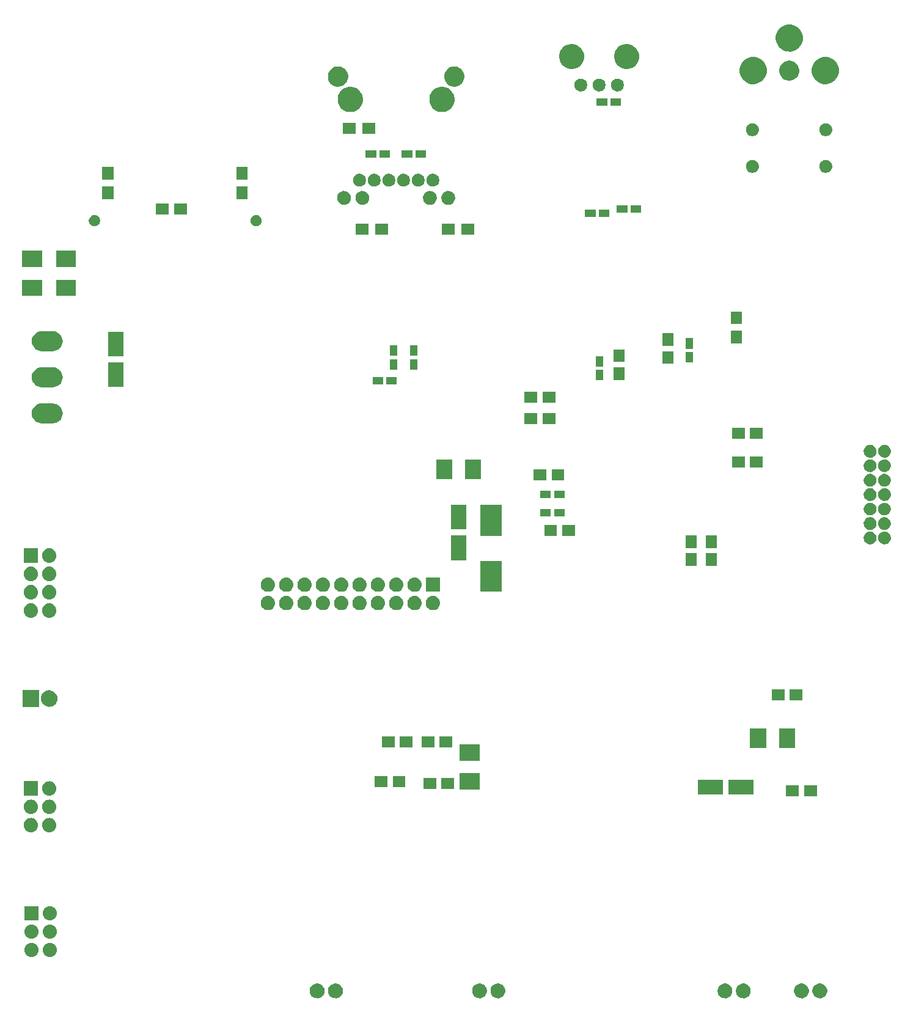
<source format=gbs>
G04 #@! TF.FileFunction,Soldermask,Bot*
%FSLAX46Y46*%
G04 Gerber Fmt 4.6, Leading zero omitted, Abs format (unit mm)*
G04 Created by KiCad (PCBNEW 0.201412201901+5330~19~ubuntu14.04.1-product) date ti. 30. des. 2014 kl. 17.44 +0100*
%MOMM*%
G01*
G04 APERTURE LIST*
%ADD10C,0.100000*%
G04 APERTURE END LIST*
D10*
G36*
X43723600Y-102183600D02*
X41736400Y-102183600D01*
X41736400Y-100196400D01*
X43723600Y-100196400D01*
X43723600Y-102183600D01*
X43723600Y-102183600D01*
G37*
G36*
X43723600Y-103734843D02*
X43723547Y-103742265D01*
X43723517Y-103746658D01*
X43723503Y-103748681D01*
X43701887Y-103941389D01*
X43643253Y-104126229D01*
X43549833Y-104296159D01*
X43425185Y-104444708D01*
X43274059Y-104566217D01*
X43102209Y-104656058D01*
X42916182Y-104710809D01*
X42916148Y-104710812D01*
X42916135Y-104710816D01*
X42723065Y-104728387D01*
X42530259Y-104708122D01*
X42530245Y-104708117D01*
X42530209Y-104708114D01*
X42344965Y-104650771D01*
X42174386Y-104558540D01*
X42024971Y-104434933D01*
X41902409Y-104284658D01*
X41811371Y-104113440D01*
X41755323Y-103927799D01*
X41736400Y-103734808D01*
X41736400Y-103732609D01*
X41736400Y-103725192D01*
X41736400Y-103725157D01*
X41736452Y-103717734D01*
X41736497Y-103711319D01*
X41758113Y-103518611D01*
X41816747Y-103333771D01*
X41910167Y-103163841D01*
X42034815Y-103015292D01*
X42185941Y-102893783D01*
X42357791Y-102803942D01*
X42543818Y-102749191D01*
X42543851Y-102749187D01*
X42543865Y-102749184D01*
X42736935Y-102731613D01*
X42929741Y-102751878D01*
X42929754Y-102751882D01*
X42929791Y-102751886D01*
X43115035Y-102809229D01*
X43285614Y-102901460D01*
X43435029Y-103025067D01*
X43557591Y-103175342D01*
X43648629Y-103346560D01*
X43704677Y-103532201D01*
X43723600Y-103725192D01*
X43723600Y-103727391D01*
X43723600Y-103734808D01*
X43723600Y-103734843D01*
X43723600Y-103734843D01*
G37*
G36*
X43723600Y-106274843D02*
X43723547Y-106282265D01*
X43723517Y-106286658D01*
X43723503Y-106288681D01*
X43701887Y-106481389D01*
X43643253Y-106666229D01*
X43549833Y-106836159D01*
X43425185Y-106984708D01*
X43274059Y-107106217D01*
X43102209Y-107196058D01*
X42916182Y-107250809D01*
X42916148Y-107250812D01*
X42916135Y-107250816D01*
X42723065Y-107268387D01*
X42530259Y-107248122D01*
X42530245Y-107248117D01*
X42530209Y-107248114D01*
X42344965Y-107190771D01*
X42174386Y-107098540D01*
X42024971Y-106974933D01*
X41902409Y-106824658D01*
X41811371Y-106653440D01*
X41755323Y-106467799D01*
X41736400Y-106274808D01*
X41736400Y-106272609D01*
X41736400Y-106265192D01*
X41736400Y-106265157D01*
X41736452Y-106257734D01*
X41736497Y-106251319D01*
X41758113Y-106058611D01*
X41816747Y-105873771D01*
X41910167Y-105703841D01*
X42034815Y-105555292D01*
X42185941Y-105433783D01*
X42357791Y-105343942D01*
X42543818Y-105289191D01*
X42543851Y-105289187D01*
X42543865Y-105289184D01*
X42736935Y-105271613D01*
X42929741Y-105291878D01*
X42929754Y-105291882D01*
X42929791Y-105291886D01*
X43115035Y-105349229D01*
X43285614Y-105441460D01*
X43435029Y-105565067D01*
X43557591Y-105715342D01*
X43648629Y-105886560D01*
X43704677Y-106072201D01*
X43723600Y-106265192D01*
X43723600Y-106267391D01*
X43723600Y-106274808D01*
X43723600Y-106274843D01*
X43723600Y-106274843D01*
G37*
G36*
X43723600Y-108814843D02*
X43723547Y-108822265D01*
X43723517Y-108826658D01*
X43723503Y-108828681D01*
X43701887Y-109021389D01*
X43643253Y-109206229D01*
X43549833Y-109376159D01*
X43425185Y-109524708D01*
X43274059Y-109646217D01*
X43102209Y-109736058D01*
X42916182Y-109790809D01*
X42916148Y-109790812D01*
X42916135Y-109790816D01*
X42723065Y-109808387D01*
X42530259Y-109788122D01*
X42530245Y-109788117D01*
X42530209Y-109788114D01*
X42344965Y-109730771D01*
X42174386Y-109638540D01*
X42024971Y-109514933D01*
X41902409Y-109364658D01*
X41811371Y-109193440D01*
X41755323Y-109007799D01*
X41736400Y-108814808D01*
X41736400Y-108812609D01*
X41736400Y-108805192D01*
X41736400Y-108805157D01*
X41736452Y-108797734D01*
X41736497Y-108791319D01*
X41758113Y-108598611D01*
X41816747Y-108413771D01*
X41910167Y-108243841D01*
X42034815Y-108095292D01*
X42185941Y-107973783D01*
X42357791Y-107883942D01*
X42543818Y-107829191D01*
X42543851Y-107829187D01*
X42543865Y-107829184D01*
X42736935Y-107811613D01*
X42929741Y-107831878D01*
X42929754Y-107831882D01*
X42929791Y-107831886D01*
X43115035Y-107889229D01*
X43285614Y-107981460D01*
X43435029Y-108105067D01*
X43557591Y-108255342D01*
X43648629Y-108426560D01*
X43704677Y-108612201D01*
X43723600Y-108805192D01*
X43723600Y-108807391D01*
X43723600Y-108814808D01*
X43723600Y-108814843D01*
X43723600Y-108814843D01*
G37*
G36*
X43723600Y-134453600D02*
X41736400Y-134453600D01*
X41736400Y-132466400D01*
X43723600Y-132466400D01*
X43723600Y-134453600D01*
X43723600Y-134453600D01*
G37*
G36*
X43723600Y-136004843D02*
X43723547Y-136012265D01*
X43723517Y-136016658D01*
X43723503Y-136018681D01*
X43701887Y-136211389D01*
X43643253Y-136396229D01*
X43549833Y-136566159D01*
X43425185Y-136714708D01*
X43274059Y-136836217D01*
X43102209Y-136926058D01*
X42916182Y-136980809D01*
X42916148Y-136980812D01*
X42916135Y-136980816D01*
X42723065Y-136998387D01*
X42530259Y-136978122D01*
X42530245Y-136978117D01*
X42530209Y-136978114D01*
X42344965Y-136920771D01*
X42174386Y-136828540D01*
X42024971Y-136704933D01*
X41902409Y-136554658D01*
X41811371Y-136383440D01*
X41755323Y-136197799D01*
X41736400Y-136004808D01*
X41736400Y-136002609D01*
X41736400Y-135995192D01*
X41736400Y-135995157D01*
X41736452Y-135987734D01*
X41736497Y-135981319D01*
X41758113Y-135788611D01*
X41816747Y-135603771D01*
X41910167Y-135433841D01*
X42034815Y-135285292D01*
X42185941Y-135163783D01*
X42357791Y-135073942D01*
X42543818Y-135019191D01*
X42543851Y-135019187D01*
X42543865Y-135019184D01*
X42736935Y-135001613D01*
X42929741Y-135021878D01*
X42929754Y-135021882D01*
X42929791Y-135021886D01*
X43115035Y-135079229D01*
X43285614Y-135171460D01*
X43435029Y-135295067D01*
X43557591Y-135445342D01*
X43648629Y-135616560D01*
X43704677Y-135802201D01*
X43723600Y-135995192D01*
X43723600Y-135997391D01*
X43723600Y-136004808D01*
X43723600Y-136004843D01*
X43723600Y-136004843D01*
G37*
G36*
X43723600Y-138544843D02*
X43723547Y-138552265D01*
X43723517Y-138556658D01*
X43723503Y-138558681D01*
X43701887Y-138751389D01*
X43643253Y-138936229D01*
X43549833Y-139106159D01*
X43425185Y-139254708D01*
X43274059Y-139376217D01*
X43102209Y-139466058D01*
X42916182Y-139520809D01*
X42916148Y-139520812D01*
X42916135Y-139520816D01*
X42723065Y-139538387D01*
X42530259Y-139518122D01*
X42530245Y-139518117D01*
X42530209Y-139518114D01*
X42344965Y-139460771D01*
X42174386Y-139368540D01*
X42024971Y-139244933D01*
X41902409Y-139094658D01*
X41811371Y-138923440D01*
X41755323Y-138737799D01*
X41736400Y-138544808D01*
X41736400Y-138542609D01*
X41736400Y-138535192D01*
X41736400Y-138535157D01*
X41736452Y-138527734D01*
X41736497Y-138521319D01*
X41758113Y-138328611D01*
X41816747Y-138143771D01*
X41910167Y-137973841D01*
X42034815Y-137825292D01*
X42185941Y-137703783D01*
X42357791Y-137613942D01*
X42543818Y-137559191D01*
X42543851Y-137559187D01*
X42543865Y-137559184D01*
X42736935Y-137541613D01*
X42929741Y-137561878D01*
X42929754Y-137561882D01*
X42929791Y-137561886D01*
X43115035Y-137619229D01*
X43285614Y-137711460D01*
X43435029Y-137835067D01*
X43557591Y-137985342D01*
X43648629Y-138156560D01*
X43704677Y-138342201D01*
X43723600Y-138535192D01*
X43723600Y-138537391D01*
X43723600Y-138544808D01*
X43723600Y-138544843D01*
X43723600Y-138544843D01*
G37*
G36*
X43823600Y-151753600D02*
X41836400Y-151753600D01*
X41836400Y-149766400D01*
X43823600Y-149766400D01*
X43823600Y-151753600D01*
X43823600Y-151753600D01*
G37*
G36*
X43823600Y-153304843D02*
X43823547Y-153312265D01*
X43823517Y-153316658D01*
X43823503Y-153318681D01*
X43801887Y-153511389D01*
X43743253Y-153696229D01*
X43649833Y-153866159D01*
X43525185Y-154014708D01*
X43374059Y-154136217D01*
X43202209Y-154226058D01*
X43016182Y-154280809D01*
X43016148Y-154280812D01*
X43016135Y-154280816D01*
X42823065Y-154298387D01*
X42630259Y-154278122D01*
X42630245Y-154278117D01*
X42630209Y-154278114D01*
X42444965Y-154220771D01*
X42274386Y-154128540D01*
X42124971Y-154004933D01*
X42002409Y-153854658D01*
X41911371Y-153683440D01*
X41855323Y-153497799D01*
X41836400Y-153304808D01*
X41836400Y-153302609D01*
X41836400Y-153295192D01*
X41836400Y-153295157D01*
X41836452Y-153287734D01*
X41836497Y-153281319D01*
X41858113Y-153088611D01*
X41916747Y-152903771D01*
X42010167Y-152733841D01*
X42134815Y-152585292D01*
X42285941Y-152463783D01*
X42457791Y-152373942D01*
X42643818Y-152319191D01*
X42643851Y-152319187D01*
X42643865Y-152319184D01*
X42836935Y-152301613D01*
X43029741Y-152321878D01*
X43029754Y-152321882D01*
X43029791Y-152321886D01*
X43215035Y-152379229D01*
X43385614Y-152471460D01*
X43535029Y-152595067D01*
X43657591Y-152745342D01*
X43748629Y-152916560D01*
X43804677Y-153102201D01*
X43823600Y-153295192D01*
X43823600Y-153297391D01*
X43823600Y-153304808D01*
X43823600Y-153304843D01*
X43823600Y-153304843D01*
G37*
G36*
X43823600Y-155844843D02*
X43823547Y-155852265D01*
X43823517Y-155856658D01*
X43823503Y-155858681D01*
X43801887Y-156051389D01*
X43743253Y-156236229D01*
X43649833Y-156406159D01*
X43525185Y-156554708D01*
X43374059Y-156676217D01*
X43202209Y-156766058D01*
X43016182Y-156820809D01*
X43016148Y-156820812D01*
X43016135Y-156820816D01*
X42823065Y-156838387D01*
X42630259Y-156818122D01*
X42630245Y-156818117D01*
X42630209Y-156818114D01*
X42444965Y-156760771D01*
X42274386Y-156668540D01*
X42124971Y-156544933D01*
X42002409Y-156394658D01*
X41911371Y-156223440D01*
X41855323Y-156037799D01*
X41836400Y-155844808D01*
X41836400Y-155842609D01*
X41836400Y-155835192D01*
X41836400Y-155835157D01*
X41836452Y-155827734D01*
X41836497Y-155821319D01*
X41858113Y-155628611D01*
X41916747Y-155443771D01*
X42010167Y-155273841D01*
X42134815Y-155125292D01*
X42285941Y-155003783D01*
X42457791Y-154913942D01*
X42643818Y-154859191D01*
X42643851Y-154859187D01*
X42643865Y-154859184D01*
X42836935Y-154841613D01*
X43029741Y-154861878D01*
X43029754Y-154861882D01*
X43029791Y-154861886D01*
X43215035Y-154919229D01*
X43385614Y-155011460D01*
X43535029Y-155135067D01*
X43657591Y-155285342D01*
X43748629Y-155456560D01*
X43804677Y-155642201D01*
X43823600Y-155835192D01*
X43823600Y-155837391D01*
X43823600Y-155844808D01*
X43823600Y-155844843D01*
X43823600Y-155844843D01*
G37*
G36*
X43876000Y-122146000D02*
X41584000Y-122146000D01*
X41584000Y-119854000D01*
X43876000Y-119854000D01*
X43876000Y-122146000D01*
X43876000Y-122146000D01*
G37*
G36*
X44280000Y-61230000D02*
X41520000Y-61230000D01*
X41520000Y-58970000D01*
X44280000Y-58970000D01*
X44280000Y-61230000D01*
X44280000Y-61230000D01*
G37*
G36*
X44280000Y-65230000D02*
X41520000Y-65230000D01*
X41520000Y-62970000D01*
X44280000Y-62970000D01*
X44280000Y-65230000D01*
X44280000Y-65230000D01*
G37*
G36*
X46263600Y-101194843D02*
X46263547Y-101202265D01*
X46263517Y-101206658D01*
X46263503Y-101208681D01*
X46241887Y-101401389D01*
X46183253Y-101586229D01*
X46089833Y-101756159D01*
X45965185Y-101904708D01*
X45814059Y-102026217D01*
X45642209Y-102116058D01*
X45456182Y-102170809D01*
X45456148Y-102170812D01*
X45456135Y-102170816D01*
X45263065Y-102188387D01*
X45070259Y-102168122D01*
X45070245Y-102168117D01*
X45070209Y-102168114D01*
X44884965Y-102110771D01*
X44714386Y-102018540D01*
X44564971Y-101894933D01*
X44442409Y-101744658D01*
X44351371Y-101573440D01*
X44295323Y-101387799D01*
X44276400Y-101194808D01*
X44276400Y-101192609D01*
X44276400Y-101185192D01*
X44276400Y-101185157D01*
X44276452Y-101177734D01*
X44276497Y-101171319D01*
X44298113Y-100978611D01*
X44356747Y-100793771D01*
X44450167Y-100623841D01*
X44574815Y-100475292D01*
X44725941Y-100353783D01*
X44897791Y-100263942D01*
X45083818Y-100209191D01*
X45083851Y-100209187D01*
X45083865Y-100209184D01*
X45276935Y-100191613D01*
X45469741Y-100211878D01*
X45469754Y-100211882D01*
X45469791Y-100211886D01*
X45655035Y-100269229D01*
X45825614Y-100361460D01*
X45975029Y-100485067D01*
X46097591Y-100635342D01*
X46188629Y-100806560D01*
X46244677Y-100992201D01*
X46263600Y-101185192D01*
X46263600Y-101187391D01*
X46263600Y-101194808D01*
X46263600Y-101194843D01*
X46263600Y-101194843D01*
G37*
G36*
X46263600Y-103734843D02*
X46263547Y-103742265D01*
X46263517Y-103746658D01*
X46263503Y-103748681D01*
X46241887Y-103941389D01*
X46183253Y-104126229D01*
X46089833Y-104296159D01*
X45965185Y-104444708D01*
X45814059Y-104566217D01*
X45642209Y-104656058D01*
X45456182Y-104710809D01*
X45456148Y-104710812D01*
X45456135Y-104710816D01*
X45263065Y-104728387D01*
X45070259Y-104708122D01*
X45070245Y-104708117D01*
X45070209Y-104708114D01*
X44884965Y-104650771D01*
X44714386Y-104558540D01*
X44564971Y-104434933D01*
X44442409Y-104284658D01*
X44351371Y-104113440D01*
X44295323Y-103927799D01*
X44276400Y-103734808D01*
X44276400Y-103732609D01*
X44276400Y-103725192D01*
X44276400Y-103725157D01*
X44276452Y-103717734D01*
X44276497Y-103711319D01*
X44298113Y-103518611D01*
X44356747Y-103333771D01*
X44450167Y-103163841D01*
X44574815Y-103015292D01*
X44725941Y-102893783D01*
X44897791Y-102803942D01*
X45083818Y-102749191D01*
X45083851Y-102749187D01*
X45083865Y-102749184D01*
X45276935Y-102731613D01*
X45469741Y-102751878D01*
X45469754Y-102751882D01*
X45469791Y-102751886D01*
X45655035Y-102809229D01*
X45825614Y-102901460D01*
X45975029Y-103025067D01*
X46097591Y-103175342D01*
X46188629Y-103346560D01*
X46244677Y-103532201D01*
X46263600Y-103725192D01*
X46263600Y-103727391D01*
X46263600Y-103734808D01*
X46263600Y-103734843D01*
X46263600Y-103734843D01*
G37*
G36*
X46263600Y-106274843D02*
X46263547Y-106282265D01*
X46263517Y-106286658D01*
X46263503Y-106288681D01*
X46241887Y-106481389D01*
X46183253Y-106666229D01*
X46089833Y-106836159D01*
X45965185Y-106984708D01*
X45814059Y-107106217D01*
X45642209Y-107196058D01*
X45456182Y-107250809D01*
X45456148Y-107250812D01*
X45456135Y-107250816D01*
X45263065Y-107268387D01*
X45070259Y-107248122D01*
X45070245Y-107248117D01*
X45070209Y-107248114D01*
X44884965Y-107190771D01*
X44714386Y-107098540D01*
X44564971Y-106974933D01*
X44442409Y-106824658D01*
X44351371Y-106653440D01*
X44295323Y-106467799D01*
X44276400Y-106274808D01*
X44276400Y-106272609D01*
X44276400Y-106265192D01*
X44276400Y-106265157D01*
X44276452Y-106257734D01*
X44276497Y-106251319D01*
X44298113Y-106058611D01*
X44356747Y-105873771D01*
X44450167Y-105703841D01*
X44574815Y-105555292D01*
X44725941Y-105433783D01*
X44897791Y-105343942D01*
X45083818Y-105289191D01*
X45083851Y-105289187D01*
X45083865Y-105289184D01*
X45276935Y-105271613D01*
X45469741Y-105291878D01*
X45469754Y-105291882D01*
X45469791Y-105291886D01*
X45655035Y-105349229D01*
X45825614Y-105441460D01*
X45975029Y-105565067D01*
X46097591Y-105715342D01*
X46188629Y-105886560D01*
X46244677Y-106072201D01*
X46263600Y-106265192D01*
X46263600Y-106267391D01*
X46263600Y-106274808D01*
X46263600Y-106274843D01*
X46263600Y-106274843D01*
G37*
G36*
X46263600Y-108814843D02*
X46263547Y-108822265D01*
X46263517Y-108826658D01*
X46263503Y-108828681D01*
X46241887Y-109021389D01*
X46183253Y-109206229D01*
X46089833Y-109376159D01*
X45965185Y-109524708D01*
X45814059Y-109646217D01*
X45642209Y-109736058D01*
X45456182Y-109790809D01*
X45456148Y-109790812D01*
X45456135Y-109790816D01*
X45263065Y-109808387D01*
X45070259Y-109788122D01*
X45070245Y-109788117D01*
X45070209Y-109788114D01*
X44884965Y-109730771D01*
X44714386Y-109638540D01*
X44564971Y-109514933D01*
X44442409Y-109364658D01*
X44351371Y-109193440D01*
X44295323Y-109007799D01*
X44276400Y-108814808D01*
X44276400Y-108812609D01*
X44276400Y-108805192D01*
X44276400Y-108805157D01*
X44276452Y-108797734D01*
X44276497Y-108791319D01*
X44298113Y-108598611D01*
X44356747Y-108413771D01*
X44450167Y-108243841D01*
X44574815Y-108095292D01*
X44725941Y-107973783D01*
X44897791Y-107883942D01*
X45083818Y-107829191D01*
X45083851Y-107829187D01*
X45083865Y-107829184D01*
X45276935Y-107811613D01*
X45469741Y-107831878D01*
X45469754Y-107831882D01*
X45469791Y-107831886D01*
X45655035Y-107889229D01*
X45825614Y-107981460D01*
X45975029Y-108105067D01*
X46097591Y-108255342D01*
X46188629Y-108426560D01*
X46244677Y-108612201D01*
X46263600Y-108805192D01*
X46263600Y-108807391D01*
X46263600Y-108814808D01*
X46263600Y-108814843D01*
X46263600Y-108814843D01*
G37*
G36*
X46263600Y-133464843D02*
X46263547Y-133472265D01*
X46263517Y-133476658D01*
X46263503Y-133478681D01*
X46241887Y-133671389D01*
X46183253Y-133856229D01*
X46089833Y-134026159D01*
X45965185Y-134174708D01*
X45814059Y-134296217D01*
X45642209Y-134386058D01*
X45456182Y-134440809D01*
X45456148Y-134440812D01*
X45456135Y-134440816D01*
X45263065Y-134458387D01*
X45070259Y-134438122D01*
X45070245Y-134438117D01*
X45070209Y-134438114D01*
X44884965Y-134380771D01*
X44714386Y-134288540D01*
X44564971Y-134164933D01*
X44442409Y-134014658D01*
X44351371Y-133843440D01*
X44295323Y-133657799D01*
X44276400Y-133464808D01*
X44276400Y-133462609D01*
X44276400Y-133455192D01*
X44276400Y-133455157D01*
X44276452Y-133447734D01*
X44276497Y-133441319D01*
X44298113Y-133248611D01*
X44356747Y-133063771D01*
X44450167Y-132893841D01*
X44574815Y-132745292D01*
X44725941Y-132623783D01*
X44897791Y-132533942D01*
X45083818Y-132479191D01*
X45083851Y-132479187D01*
X45083865Y-132479184D01*
X45276935Y-132461613D01*
X45469741Y-132481878D01*
X45469754Y-132481882D01*
X45469791Y-132481886D01*
X45655035Y-132539229D01*
X45825614Y-132631460D01*
X45975029Y-132755067D01*
X46097591Y-132905342D01*
X46188629Y-133076560D01*
X46244677Y-133262201D01*
X46263600Y-133455192D01*
X46263600Y-133457391D01*
X46263600Y-133464808D01*
X46263600Y-133464843D01*
X46263600Y-133464843D01*
G37*
G36*
X46263600Y-136004843D02*
X46263547Y-136012265D01*
X46263517Y-136016658D01*
X46263503Y-136018681D01*
X46241887Y-136211389D01*
X46183253Y-136396229D01*
X46089833Y-136566159D01*
X45965185Y-136714708D01*
X45814059Y-136836217D01*
X45642209Y-136926058D01*
X45456182Y-136980809D01*
X45456148Y-136980812D01*
X45456135Y-136980816D01*
X45263065Y-136998387D01*
X45070259Y-136978122D01*
X45070245Y-136978117D01*
X45070209Y-136978114D01*
X44884965Y-136920771D01*
X44714386Y-136828540D01*
X44564971Y-136704933D01*
X44442409Y-136554658D01*
X44351371Y-136383440D01*
X44295323Y-136197799D01*
X44276400Y-136004808D01*
X44276400Y-136002609D01*
X44276400Y-135995192D01*
X44276400Y-135995157D01*
X44276452Y-135987734D01*
X44276497Y-135981319D01*
X44298113Y-135788611D01*
X44356747Y-135603771D01*
X44450167Y-135433841D01*
X44574815Y-135285292D01*
X44725941Y-135163783D01*
X44897791Y-135073942D01*
X45083818Y-135019191D01*
X45083851Y-135019187D01*
X45083865Y-135019184D01*
X45276935Y-135001613D01*
X45469741Y-135021878D01*
X45469754Y-135021882D01*
X45469791Y-135021886D01*
X45655035Y-135079229D01*
X45825614Y-135171460D01*
X45975029Y-135295067D01*
X46097591Y-135445342D01*
X46188629Y-135616560D01*
X46244677Y-135802201D01*
X46263600Y-135995192D01*
X46263600Y-135997391D01*
X46263600Y-136004808D01*
X46263600Y-136004843D01*
X46263600Y-136004843D01*
G37*
G36*
X46263600Y-138544843D02*
X46263547Y-138552265D01*
X46263517Y-138556658D01*
X46263503Y-138558681D01*
X46241887Y-138751389D01*
X46183253Y-138936229D01*
X46089833Y-139106159D01*
X45965185Y-139254708D01*
X45814059Y-139376217D01*
X45642209Y-139466058D01*
X45456182Y-139520809D01*
X45456148Y-139520812D01*
X45456135Y-139520816D01*
X45263065Y-139538387D01*
X45070259Y-139518122D01*
X45070245Y-139518117D01*
X45070209Y-139518114D01*
X44884965Y-139460771D01*
X44714386Y-139368540D01*
X44564971Y-139244933D01*
X44442409Y-139094658D01*
X44351371Y-138923440D01*
X44295323Y-138737799D01*
X44276400Y-138544808D01*
X44276400Y-138542609D01*
X44276400Y-138535192D01*
X44276400Y-138535157D01*
X44276452Y-138527734D01*
X44276497Y-138521319D01*
X44298113Y-138328611D01*
X44356747Y-138143771D01*
X44450167Y-137973841D01*
X44574815Y-137825292D01*
X44725941Y-137703783D01*
X44897791Y-137613942D01*
X45083818Y-137559191D01*
X45083851Y-137559187D01*
X45083865Y-137559184D01*
X45276935Y-137541613D01*
X45469741Y-137561878D01*
X45469754Y-137561882D01*
X45469791Y-137561886D01*
X45655035Y-137619229D01*
X45825614Y-137711460D01*
X45975029Y-137835067D01*
X46097591Y-137985342D01*
X46188629Y-138156560D01*
X46244677Y-138342201D01*
X46263600Y-138535192D01*
X46263600Y-138537391D01*
X46263600Y-138544808D01*
X46263600Y-138544843D01*
X46263600Y-138544843D01*
G37*
G36*
X46363600Y-150764843D02*
X46363547Y-150772265D01*
X46363517Y-150776658D01*
X46363503Y-150778681D01*
X46341887Y-150971389D01*
X46283253Y-151156229D01*
X46189833Y-151326159D01*
X46065185Y-151474708D01*
X45914059Y-151596217D01*
X45742209Y-151686058D01*
X45556182Y-151740809D01*
X45556148Y-151740812D01*
X45556135Y-151740816D01*
X45363065Y-151758387D01*
X45170259Y-151738122D01*
X45170245Y-151738117D01*
X45170209Y-151738114D01*
X44984965Y-151680771D01*
X44814386Y-151588540D01*
X44664971Y-151464933D01*
X44542409Y-151314658D01*
X44451371Y-151143440D01*
X44395323Y-150957799D01*
X44376400Y-150764808D01*
X44376400Y-150762609D01*
X44376400Y-150755192D01*
X44376400Y-150755157D01*
X44376452Y-150747734D01*
X44376497Y-150741319D01*
X44398113Y-150548611D01*
X44456747Y-150363771D01*
X44550167Y-150193841D01*
X44674815Y-150045292D01*
X44825941Y-149923783D01*
X44997791Y-149833942D01*
X45183818Y-149779191D01*
X45183851Y-149779187D01*
X45183865Y-149779184D01*
X45376935Y-149761613D01*
X45569741Y-149781878D01*
X45569754Y-149781882D01*
X45569791Y-149781886D01*
X45755035Y-149839229D01*
X45925614Y-149931460D01*
X46075029Y-150055067D01*
X46197591Y-150205342D01*
X46288629Y-150376560D01*
X46344677Y-150562201D01*
X46363600Y-150755192D01*
X46363600Y-150757391D01*
X46363600Y-150764808D01*
X46363600Y-150764843D01*
X46363600Y-150764843D01*
G37*
G36*
X46363600Y-153304843D02*
X46363547Y-153312265D01*
X46363517Y-153316658D01*
X46363503Y-153318681D01*
X46341887Y-153511389D01*
X46283253Y-153696229D01*
X46189833Y-153866159D01*
X46065185Y-154014708D01*
X45914059Y-154136217D01*
X45742209Y-154226058D01*
X45556182Y-154280809D01*
X45556148Y-154280812D01*
X45556135Y-154280816D01*
X45363065Y-154298387D01*
X45170259Y-154278122D01*
X45170245Y-154278117D01*
X45170209Y-154278114D01*
X44984965Y-154220771D01*
X44814386Y-154128540D01*
X44664971Y-154004933D01*
X44542409Y-153854658D01*
X44451371Y-153683440D01*
X44395323Y-153497799D01*
X44376400Y-153304808D01*
X44376400Y-153302609D01*
X44376400Y-153295192D01*
X44376400Y-153295157D01*
X44376452Y-153287734D01*
X44376497Y-153281319D01*
X44398113Y-153088611D01*
X44456747Y-152903771D01*
X44550167Y-152733841D01*
X44674815Y-152585292D01*
X44825941Y-152463783D01*
X44997791Y-152373942D01*
X45183818Y-152319191D01*
X45183851Y-152319187D01*
X45183865Y-152319184D01*
X45376935Y-152301613D01*
X45569741Y-152321878D01*
X45569754Y-152321882D01*
X45569791Y-152321886D01*
X45755035Y-152379229D01*
X45925614Y-152471460D01*
X46075029Y-152595067D01*
X46197591Y-152745342D01*
X46288629Y-152916560D01*
X46344677Y-153102201D01*
X46363600Y-153295192D01*
X46363600Y-153297391D01*
X46363600Y-153304808D01*
X46363600Y-153304843D01*
X46363600Y-153304843D01*
G37*
G36*
X46363600Y-155844843D02*
X46363547Y-155852265D01*
X46363517Y-155856658D01*
X46363503Y-155858681D01*
X46341887Y-156051389D01*
X46283253Y-156236229D01*
X46189833Y-156406159D01*
X46065185Y-156554708D01*
X45914059Y-156676217D01*
X45742209Y-156766058D01*
X45556182Y-156820809D01*
X45556148Y-156820812D01*
X45556135Y-156820816D01*
X45363065Y-156838387D01*
X45170259Y-156818122D01*
X45170245Y-156818117D01*
X45170209Y-156818114D01*
X44984965Y-156760771D01*
X44814386Y-156668540D01*
X44664971Y-156544933D01*
X44542409Y-156394658D01*
X44451371Y-156223440D01*
X44395323Y-156037799D01*
X44376400Y-155844808D01*
X44376400Y-155842609D01*
X44376400Y-155835192D01*
X44376400Y-155835157D01*
X44376452Y-155827734D01*
X44376497Y-155821319D01*
X44398113Y-155628611D01*
X44456747Y-155443771D01*
X44550167Y-155273841D01*
X44674815Y-155125292D01*
X44825941Y-155003783D01*
X44997791Y-154913942D01*
X45183818Y-154859191D01*
X45183851Y-154859187D01*
X45183865Y-154859184D01*
X45376935Y-154841613D01*
X45569741Y-154861878D01*
X45569754Y-154861882D01*
X45569791Y-154861886D01*
X45755035Y-154919229D01*
X45925614Y-155011460D01*
X46075029Y-155135067D01*
X46197591Y-155285342D01*
X46288629Y-155456560D01*
X46344677Y-155642201D01*
X46363600Y-155835192D01*
X46363600Y-155837391D01*
X46363600Y-155844808D01*
X46363600Y-155844843D01*
X46363600Y-155844843D01*
G37*
G36*
X46421520Y-121007999D02*
X46398146Y-121230386D01*
X46398141Y-121230399D01*
X46398138Y-121230435D01*
X46332000Y-121444093D01*
X46225622Y-121640835D01*
X46083056Y-121813168D01*
X45909732Y-121954528D01*
X45712252Y-122059530D01*
X45498138Y-122124175D01*
X45275545Y-122146000D01*
X45273345Y-122146000D01*
X45264455Y-122146000D01*
X45264420Y-122146000D01*
X45256131Y-122145941D01*
X45250478Y-122145902D01*
X45248454Y-122145888D01*
X45026188Y-122120957D01*
X44812998Y-122053329D01*
X44617003Y-121945580D01*
X44445669Y-121801814D01*
X44305523Y-121627507D01*
X44201902Y-121429299D01*
X44138754Y-121214739D01*
X44138750Y-121214705D01*
X44138747Y-121214692D01*
X44118480Y-120992001D01*
X44141854Y-120769614D01*
X44141858Y-120769600D01*
X44141862Y-120769565D01*
X44208000Y-120555907D01*
X44314378Y-120359165D01*
X44456944Y-120186832D01*
X44630268Y-120045472D01*
X44827748Y-119940470D01*
X45041862Y-119875825D01*
X45264455Y-119854000D01*
X45266655Y-119854000D01*
X45275545Y-119854000D01*
X45275580Y-119854000D01*
X45283868Y-119854058D01*
X45291546Y-119854112D01*
X45513812Y-119879043D01*
X45727002Y-119946671D01*
X45922997Y-120054420D01*
X46094331Y-120198186D01*
X46234477Y-120372493D01*
X46338098Y-120570701D01*
X46401246Y-120785261D01*
X46401249Y-120785294D01*
X46401253Y-120785308D01*
X46421520Y-121007999D01*
X46421520Y-121007999D01*
G37*
G36*
X47140275Y-71509632D02*
X47112128Y-71777437D01*
X47112124Y-71777449D01*
X47112120Y-71777488D01*
X47032477Y-72034772D01*
X46904378Y-72271686D01*
X46732701Y-72479208D01*
X46523986Y-72649431D01*
X46286183Y-72775874D01*
X46028349Y-72853718D01*
X45760306Y-72880000D01*
X45758107Y-72880000D01*
X44239694Y-72880000D01*
X44239656Y-72880000D01*
X44222450Y-72879880D01*
X44222442Y-72879879D01*
X44220426Y-72879865D01*
X43952776Y-72849844D01*
X43696054Y-72768407D01*
X43460040Y-72638657D01*
X43253722Y-72465535D01*
X43084959Y-72255637D01*
X42960180Y-72016957D01*
X42884138Y-71758586D01*
X42884134Y-71758552D01*
X42884131Y-71758539D01*
X42859725Y-71490368D01*
X42887872Y-71222563D01*
X42887875Y-71222550D01*
X42887880Y-71222512D01*
X42967523Y-70965228D01*
X43095622Y-70728314D01*
X43267299Y-70520792D01*
X43476014Y-70350569D01*
X43713817Y-70224126D01*
X43971651Y-70146282D01*
X44239694Y-70120000D01*
X44241893Y-70120000D01*
X45760306Y-70120000D01*
X45760344Y-70120000D01*
X45777550Y-70120120D01*
X45777557Y-70120120D01*
X45779574Y-70120135D01*
X46047224Y-70150156D01*
X46303946Y-70231593D01*
X46539960Y-70361343D01*
X46746278Y-70534465D01*
X46915041Y-70744363D01*
X47039820Y-70983043D01*
X47115862Y-71241414D01*
X47115865Y-71241447D01*
X47115869Y-71241461D01*
X47140275Y-71509632D01*
X47140275Y-71509632D01*
G37*
G36*
X47140275Y-76509632D02*
X47112128Y-76777437D01*
X47112124Y-76777449D01*
X47112120Y-76777488D01*
X47032477Y-77034772D01*
X46904378Y-77271686D01*
X46732701Y-77479208D01*
X46523986Y-77649431D01*
X46286183Y-77775874D01*
X46028349Y-77853718D01*
X45760306Y-77880000D01*
X45758107Y-77880000D01*
X44239694Y-77880000D01*
X44239656Y-77880000D01*
X44222450Y-77879880D01*
X44222442Y-77879879D01*
X44220426Y-77879865D01*
X43952776Y-77849844D01*
X43696054Y-77768407D01*
X43460040Y-77638657D01*
X43253722Y-77465535D01*
X43084959Y-77255637D01*
X42960180Y-77016957D01*
X42884138Y-76758586D01*
X42884134Y-76758552D01*
X42884131Y-76758539D01*
X42859725Y-76490368D01*
X42887872Y-76222563D01*
X42887875Y-76222550D01*
X42887880Y-76222512D01*
X42967523Y-75965228D01*
X43095622Y-75728314D01*
X43267299Y-75520792D01*
X43476014Y-75350569D01*
X43713817Y-75224126D01*
X43971651Y-75146282D01*
X44239694Y-75120000D01*
X44241893Y-75120000D01*
X45760306Y-75120000D01*
X45760344Y-75120000D01*
X45777550Y-75120120D01*
X45777557Y-75120120D01*
X45779574Y-75120135D01*
X46047224Y-75150156D01*
X46303946Y-75231593D01*
X46539960Y-75361343D01*
X46746278Y-75534465D01*
X46915041Y-75744363D01*
X47039820Y-75983043D01*
X47115862Y-76241414D01*
X47115865Y-76241447D01*
X47115869Y-76241461D01*
X47140275Y-76509632D01*
X47140275Y-76509632D01*
G37*
G36*
X47140275Y-81509632D02*
X47112128Y-81777437D01*
X47112124Y-81777449D01*
X47112120Y-81777488D01*
X47032477Y-82034772D01*
X46904378Y-82271686D01*
X46732701Y-82479208D01*
X46523986Y-82649431D01*
X46286183Y-82775874D01*
X46028349Y-82853718D01*
X45760306Y-82880000D01*
X45758107Y-82880000D01*
X44239694Y-82880000D01*
X44239656Y-82880000D01*
X44222450Y-82879880D01*
X44222442Y-82879879D01*
X44220426Y-82879865D01*
X43952776Y-82849844D01*
X43696054Y-82768407D01*
X43460040Y-82638657D01*
X43253722Y-82465535D01*
X43084959Y-82255637D01*
X42960180Y-82016957D01*
X42884138Y-81758586D01*
X42884134Y-81758552D01*
X42884131Y-81758539D01*
X42859725Y-81490368D01*
X42887872Y-81222563D01*
X42887875Y-81222550D01*
X42887880Y-81222512D01*
X42967523Y-80965228D01*
X43095622Y-80728314D01*
X43267299Y-80520792D01*
X43476014Y-80350569D01*
X43713817Y-80224126D01*
X43971651Y-80146282D01*
X44239694Y-80120000D01*
X44241893Y-80120000D01*
X45760306Y-80120000D01*
X45760344Y-80120000D01*
X45777550Y-80120120D01*
X45777557Y-80120120D01*
X45779574Y-80120135D01*
X46047224Y-80150156D01*
X46303946Y-80231593D01*
X46539960Y-80361343D01*
X46746278Y-80534465D01*
X46915041Y-80744363D01*
X47039820Y-80983043D01*
X47115862Y-81241414D01*
X47115865Y-81241447D01*
X47115869Y-81241461D01*
X47140275Y-81509632D01*
X47140275Y-81509632D01*
G37*
G36*
X48980000Y-61230000D02*
X46220000Y-61230000D01*
X46220000Y-58970000D01*
X48980000Y-58970000D01*
X48980000Y-61230000D01*
X48980000Y-61230000D01*
G37*
G36*
X48980000Y-65230000D02*
X46220000Y-65230000D01*
X46220000Y-62970000D01*
X48980000Y-62970000D01*
X48980000Y-65230000D01*
X48980000Y-65230000D01*
G37*
G36*
X52330033Y-54723517D02*
X52327594Y-54898233D01*
X52327518Y-54898566D01*
X52327518Y-54898578D01*
X52293707Y-55047397D01*
X52231490Y-55187139D01*
X52143313Y-55312137D01*
X52032541Y-55417625D01*
X51903388Y-55499587D01*
X51760772Y-55554905D01*
X51610133Y-55581466D01*
X51457200Y-55578263D01*
X51307796Y-55545414D01*
X51167627Y-55484176D01*
X51042020Y-55396876D01*
X50935758Y-55286839D01*
X50852898Y-55158265D01*
X50796586Y-55016040D01*
X50768972Y-54865582D01*
X50771109Y-54712632D01*
X50802911Y-54563012D01*
X50863172Y-54422413D01*
X50949593Y-54296199D01*
X51058884Y-54189172D01*
X51186880Y-54105414D01*
X51328708Y-54048112D01*
X51478961Y-54019449D01*
X51631926Y-54020518D01*
X51781770Y-54051277D01*
X51922781Y-54110552D01*
X52049600Y-54196092D01*
X52157384Y-54304631D01*
X52242032Y-54432038D01*
X52300324Y-54573462D01*
X52329968Y-54723173D01*
X52329967Y-54723187D01*
X52330033Y-54723517D01*
X52330033Y-54723517D01*
G37*
G36*
X54180000Y-49130000D02*
X52620000Y-49130000D01*
X52620000Y-47370000D01*
X54180000Y-47370000D01*
X54180000Y-49130000D01*
X54180000Y-49130000D01*
G37*
G36*
X54180000Y-51830000D02*
X52620000Y-51830000D01*
X52620000Y-50070000D01*
X54180000Y-50070000D01*
X54180000Y-51830000D01*
X54180000Y-51830000D01*
G37*
G36*
X55530430Y-73578820D02*
X53469570Y-73578820D01*
X53469570Y-70169220D01*
X55530430Y-70169220D01*
X55530430Y-73578820D01*
X55530430Y-73578820D01*
G37*
G36*
X55530430Y-77830780D02*
X53469570Y-77830780D01*
X53469570Y-74421180D01*
X55530430Y-74421180D01*
X55530430Y-77830780D01*
X55530430Y-77830780D01*
G37*
G36*
X61830000Y-53955000D02*
X60070000Y-53955000D01*
X60070000Y-52445000D01*
X61830000Y-52445000D01*
X61830000Y-53955000D01*
X61830000Y-53955000D01*
G37*
G36*
X64330000Y-53955000D02*
X62570000Y-53955000D01*
X62570000Y-52445000D01*
X64330000Y-52445000D01*
X64330000Y-53955000D01*
X64330000Y-53955000D01*
G37*
G36*
X72780000Y-49130000D02*
X71220000Y-49130000D01*
X71220000Y-47370000D01*
X72780000Y-47370000D01*
X72780000Y-49130000D01*
X72780000Y-49130000D01*
G37*
G36*
X72780000Y-51830000D02*
X71220000Y-51830000D01*
X71220000Y-50070000D01*
X72780000Y-50070000D01*
X72780000Y-51830000D01*
X72780000Y-51830000D01*
G37*
G36*
X74730033Y-54723517D02*
X74727594Y-54898233D01*
X74727518Y-54898566D01*
X74727518Y-54898578D01*
X74693707Y-55047397D01*
X74631490Y-55187139D01*
X74543313Y-55312137D01*
X74432541Y-55417625D01*
X74303388Y-55499587D01*
X74160772Y-55554905D01*
X74010133Y-55581466D01*
X73857200Y-55578263D01*
X73707796Y-55545414D01*
X73567627Y-55484176D01*
X73442020Y-55396876D01*
X73335758Y-55286839D01*
X73252898Y-55158265D01*
X73196586Y-55016040D01*
X73168972Y-54865582D01*
X73171109Y-54712632D01*
X73202911Y-54563012D01*
X73263172Y-54422413D01*
X73349593Y-54296199D01*
X73458884Y-54189172D01*
X73586880Y-54105414D01*
X73728708Y-54048112D01*
X73878961Y-54019449D01*
X74031926Y-54020518D01*
X74181770Y-54051277D01*
X74322781Y-54110552D01*
X74449600Y-54196092D01*
X74557384Y-54304631D01*
X74642032Y-54432038D01*
X74700324Y-54573462D01*
X74729968Y-54723173D01*
X74729967Y-54723187D01*
X74730033Y-54723517D01*
X74730033Y-54723517D01*
G37*
G36*
X76568387Y-105236935D02*
X76548122Y-105429741D01*
X76548117Y-105429754D01*
X76548114Y-105429791D01*
X76490771Y-105615035D01*
X76398540Y-105785614D01*
X76274933Y-105935029D01*
X76124658Y-106057591D01*
X75953440Y-106148629D01*
X75767799Y-106204677D01*
X75574808Y-106223600D01*
X75572609Y-106223600D01*
X75565192Y-106223600D01*
X75565157Y-106223600D01*
X75557734Y-106223547D01*
X75553342Y-106223517D01*
X75551319Y-106223503D01*
X75358611Y-106201887D01*
X75173771Y-106143253D01*
X75003841Y-106049833D01*
X74855292Y-105925185D01*
X74733783Y-105774059D01*
X74643942Y-105602209D01*
X74589191Y-105416182D01*
X74589187Y-105416148D01*
X74589184Y-105416135D01*
X74571613Y-105223065D01*
X74591878Y-105030259D01*
X74591882Y-105030245D01*
X74591886Y-105030209D01*
X74649229Y-104844965D01*
X74741460Y-104674386D01*
X74865067Y-104524971D01*
X75015342Y-104402409D01*
X75186560Y-104311371D01*
X75372201Y-104255323D01*
X75565192Y-104236400D01*
X75567391Y-104236400D01*
X75574808Y-104236400D01*
X75574843Y-104236400D01*
X75582265Y-104236452D01*
X75588681Y-104236497D01*
X75781389Y-104258113D01*
X75966229Y-104316747D01*
X76136159Y-104410167D01*
X76284708Y-104534815D01*
X76406217Y-104685941D01*
X76496058Y-104857791D01*
X76550809Y-105043818D01*
X76550812Y-105043851D01*
X76550816Y-105043865D01*
X76568387Y-105236935D01*
X76568387Y-105236935D01*
G37*
G36*
X76568387Y-107776935D02*
X76548122Y-107969741D01*
X76548117Y-107969754D01*
X76548114Y-107969791D01*
X76490771Y-108155035D01*
X76398540Y-108325614D01*
X76274933Y-108475029D01*
X76124658Y-108597591D01*
X75953440Y-108688629D01*
X75767799Y-108744677D01*
X75574808Y-108763600D01*
X75572609Y-108763600D01*
X75565192Y-108763600D01*
X75565157Y-108763600D01*
X75557734Y-108763547D01*
X75553342Y-108763517D01*
X75551319Y-108763503D01*
X75358611Y-108741887D01*
X75173771Y-108683253D01*
X75003841Y-108589833D01*
X74855292Y-108465185D01*
X74733783Y-108314059D01*
X74643942Y-108142209D01*
X74589191Y-107956182D01*
X74589187Y-107956148D01*
X74589184Y-107956135D01*
X74571613Y-107763065D01*
X74591878Y-107570259D01*
X74591882Y-107570245D01*
X74591886Y-107570209D01*
X74649229Y-107384965D01*
X74741460Y-107214386D01*
X74865067Y-107064971D01*
X75015342Y-106942409D01*
X75186560Y-106851371D01*
X75372201Y-106795323D01*
X75565192Y-106776400D01*
X75567391Y-106776400D01*
X75574808Y-106776400D01*
X75574843Y-106776400D01*
X75582265Y-106776452D01*
X75588681Y-106776497D01*
X75781389Y-106798113D01*
X75966229Y-106856747D01*
X76136159Y-106950167D01*
X76284708Y-107074815D01*
X76406217Y-107225941D01*
X76496058Y-107397791D01*
X76550809Y-107583818D01*
X76550812Y-107583851D01*
X76550816Y-107583865D01*
X76568387Y-107776935D01*
X76568387Y-107776935D01*
G37*
G36*
X79108387Y-105236935D02*
X79088122Y-105429741D01*
X79088117Y-105429754D01*
X79088114Y-105429791D01*
X79030771Y-105615035D01*
X78938540Y-105785614D01*
X78814933Y-105935029D01*
X78664658Y-106057591D01*
X78493440Y-106148629D01*
X78307799Y-106204677D01*
X78114808Y-106223600D01*
X78112609Y-106223600D01*
X78105192Y-106223600D01*
X78105157Y-106223600D01*
X78097734Y-106223547D01*
X78093342Y-106223517D01*
X78091319Y-106223503D01*
X77898611Y-106201887D01*
X77713771Y-106143253D01*
X77543841Y-106049833D01*
X77395292Y-105925185D01*
X77273783Y-105774059D01*
X77183942Y-105602209D01*
X77129191Y-105416182D01*
X77129187Y-105416148D01*
X77129184Y-105416135D01*
X77111613Y-105223065D01*
X77131878Y-105030259D01*
X77131882Y-105030245D01*
X77131886Y-105030209D01*
X77189229Y-104844965D01*
X77281460Y-104674386D01*
X77405067Y-104524971D01*
X77555342Y-104402409D01*
X77726560Y-104311371D01*
X77912201Y-104255323D01*
X78105192Y-104236400D01*
X78107391Y-104236400D01*
X78114808Y-104236400D01*
X78114843Y-104236400D01*
X78122265Y-104236452D01*
X78128681Y-104236497D01*
X78321389Y-104258113D01*
X78506229Y-104316747D01*
X78676159Y-104410167D01*
X78824708Y-104534815D01*
X78946217Y-104685941D01*
X79036058Y-104857791D01*
X79090809Y-105043818D01*
X79090812Y-105043851D01*
X79090816Y-105043865D01*
X79108387Y-105236935D01*
X79108387Y-105236935D01*
G37*
G36*
X79108387Y-107776935D02*
X79088122Y-107969741D01*
X79088117Y-107969754D01*
X79088114Y-107969791D01*
X79030771Y-108155035D01*
X78938540Y-108325614D01*
X78814933Y-108475029D01*
X78664658Y-108597591D01*
X78493440Y-108688629D01*
X78307799Y-108744677D01*
X78114808Y-108763600D01*
X78112609Y-108763600D01*
X78105192Y-108763600D01*
X78105157Y-108763600D01*
X78097734Y-108763547D01*
X78093342Y-108763517D01*
X78091319Y-108763503D01*
X77898611Y-108741887D01*
X77713771Y-108683253D01*
X77543841Y-108589833D01*
X77395292Y-108465185D01*
X77273783Y-108314059D01*
X77183942Y-108142209D01*
X77129191Y-107956182D01*
X77129187Y-107956148D01*
X77129184Y-107956135D01*
X77111613Y-107763065D01*
X77131878Y-107570259D01*
X77131882Y-107570245D01*
X77131886Y-107570209D01*
X77189229Y-107384965D01*
X77281460Y-107214386D01*
X77405067Y-107064971D01*
X77555342Y-106942409D01*
X77726560Y-106851371D01*
X77912201Y-106795323D01*
X78105192Y-106776400D01*
X78107391Y-106776400D01*
X78114808Y-106776400D01*
X78114843Y-106776400D01*
X78122265Y-106776452D01*
X78128681Y-106776497D01*
X78321389Y-106798113D01*
X78506229Y-106856747D01*
X78676159Y-106950167D01*
X78824708Y-107074815D01*
X78946217Y-107225941D01*
X79036058Y-107397791D01*
X79090809Y-107583818D01*
X79090812Y-107583851D01*
X79090816Y-107583865D01*
X79108387Y-107776935D01*
X79108387Y-107776935D01*
G37*
G36*
X81648387Y-105236935D02*
X81628122Y-105429741D01*
X81628117Y-105429754D01*
X81628114Y-105429791D01*
X81570771Y-105615035D01*
X81478540Y-105785614D01*
X81354933Y-105935029D01*
X81204658Y-106057591D01*
X81033440Y-106148629D01*
X80847799Y-106204677D01*
X80654808Y-106223600D01*
X80652609Y-106223600D01*
X80645192Y-106223600D01*
X80645157Y-106223600D01*
X80637734Y-106223547D01*
X80633342Y-106223517D01*
X80631319Y-106223503D01*
X80438611Y-106201887D01*
X80253771Y-106143253D01*
X80083841Y-106049833D01*
X79935292Y-105925185D01*
X79813783Y-105774059D01*
X79723942Y-105602209D01*
X79669191Y-105416182D01*
X79669187Y-105416148D01*
X79669184Y-105416135D01*
X79651613Y-105223065D01*
X79671878Y-105030259D01*
X79671882Y-105030245D01*
X79671886Y-105030209D01*
X79729229Y-104844965D01*
X79821460Y-104674386D01*
X79945067Y-104524971D01*
X80095342Y-104402409D01*
X80266560Y-104311371D01*
X80452201Y-104255323D01*
X80645192Y-104236400D01*
X80647391Y-104236400D01*
X80654808Y-104236400D01*
X80654843Y-104236400D01*
X80662265Y-104236452D01*
X80668681Y-104236497D01*
X80861389Y-104258113D01*
X81046229Y-104316747D01*
X81216159Y-104410167D01*
X81364708Y-104534815D01*
X81486217Y-104685941D01*
X81576058Y-104857791D01*
X81630809Y-105043818D01*
X81630812Y-105043851D01*
X81630816Y-105043865D01*
X81648387Y-105236935D01*
X81648387Y-105236935D01*
G37*
G36*
X81648387Y-107776935D02*
X81628122Y-107969741D01*
X81628117Y-107969754D01*
X81628114Y-107969791D01*
X81570771Y-108155035D01*
X81478540Y-108325614D01*
X81354933Y-108475029D01*
X81204658Y-108597591D01*
X81033440Y-108688629D01*
X80847799Y-108744677D01*
X80654808Y-108763600D01*
X80652609Y-108763600D01*
X80645192Y-108763600D01*
X80645157Y-108763600D01*
X80637734Y-108763547D01*
X80633342Y-108763517D01*
X80631319Y-108763503D01*
X80438611Y-108741887D01*
X80253771Y-108683253D01*
X80083841Y-108589833D01*
X79935292Y-108465185D01*
X79813783Y-108314059D01*
X79723942Y-108142209D01*
X79669191Y-107956182D01*
X79669187Y-107956148D01*
X79669184Y-107956135D01*
X79651613Y-107763065D01*
X79671878Y-107570259D01*
X79671882Y-107570245D01*
X79671886Y-107570209D01*
X79729229Y-107384965D01*
X79821460Y-107214386D01*
X79945067Y-107064971D01*
X80095342Y-106942409D01*
X80266560Y-106851371D01*
X80452201Y-106795323D01*
X80645192Y-106776400D01*
X80647391Y-106776400D01*
X80654808Y-106776400D01*
X80654843Y-106776400D01*
X80662265Y-106776452D01*
X80668681Y-106776497D01*
X80861389Y-106798113D01*
X81046229Y-106856747D01*
X81216159Y-106950167D01*
X81364708Y-107074815D01*
X81486217Y-107225941D01*
X81576058Y-107397791D01*
X81630809Y-107583818D01*
X81630812Y-107583851D01*
X81630816Y-107583865D01*
X81648387Y-107776935D01*
X81648387Y-107776935D01*
G37*
G36*
X83430044Y-161399003D02*
X83426823Y-161629718D01*
X83426747Y-161630051D01*
X83426747Y-161630064D01*
X83382075Y-161826691D01*
X83299916Y-162011223D01*
X83183481Y-162176280D01*
X83037198Y-162315583D01*
X82866653Y-162423813D01*
X82678328Y-162496861D01*
X82479405Y-162531936D01*
X82277456Y-162527706D01*
X82080168Y-162484329D01*
X81895072Y-162403463D01*
X81729205Y-162288182D01*
X81588886Y-162142878D01*
X81479467Y-161973093D01*
X81405108Y-161785283D01*
X81368643Y-161586602D01*
X81371464Y-161384630D01*
X81413460Y-161187053D01*
X81493035Y-161001391D01*
X81607155Y-160834724D01*
X81751475Y-160693394D01*
X81920495Y-160582791D01*
X82107781Y-160507123D01*
X82306193Y-160469273D01*
X82508185Y-160470684D01*
X82706055Y-160511301D01*
X82892263Y-160589575D01*
X83059727Y-160702531D01*
X83202056Y-160845857D01*
X83313841Y-161014106D01*
X83390811Y-161200852D01*
X83429979Y-161398660D01*
X83429978Y-161398673D01*
X83430044Y-161399003D01*
X83430044Y-161399003D01*
G37*
G36*
X84188387Y-105236935D02*
X84168122Y-105429741D01*
X84168117Y-105429754D01*
X84168114Y-105429791D01*
X84110771Y-105615035D01*
X84018540Y-105785614D01*
X83894933Y-105935029D01*
X83744658Y-106057591D01*
X83573440Y-106148629D01*
X83387799Y-106204677D01*
X83194808Y-106223600D01*
X83192609Y-106223600D01*
X83185192Y-106223600D01*
X83185157Y-106223600D01*
X83177734Y-106223547D01*
X83173342Y-106223517D01*
X83171319Y-106223503D01*
X82978611Y-106201887D01*
X82793771Y-106143253D01*
X82623841Y-106049833D01*
X82475292Y-105925185D01*
X82353783Y-105774059D01*
X82263942Y-105602209D01*
X82209191Y-105416182D01*
X82209187Y-105416148D01*
X82209184Y-105416135D01*
X82191613Y-105223065D01*
X82211878Y-105030259D01*
X82211882Y-105030245D01*
X82211886Y-105030209D01*
X82269229Y-104844965D01*
X82361460Y-104674386D01*
X82485067Y-104524971D01*
X82635342Y-104402409D01*
X82806560Y-104311371D01*
X82992201Y-104255323D01*
X83185192Y-104236400D01*
X83187391Y-104236400D01*
X83194808Y-104236400D01*
X83194843Y-104236400D01*
X83202265Y-104236452D01*
X83208681Y-104236497D01*
X83401389Y-104258113D01*
X83586229Y-104316747D01*
X83756159Y-104410167D01*
X83904708Y-104534815D01*
X84026217Y-104685941D01*
X84116058Y-104857791D01*
X84170809Y-105043818D01*
X84170812Y-105043851D01*
X84170816Y-105043865D01*
X84188387Y-105236935D01*
X84188387Y-105236935D01*
G37*
G36*
X84188387Y-107776935D02*
X84168122Y-107969741D01*
X84168117Y-107969754D01*
X84168114Y-107969791D01*
X84110771Y-108155035D01*
X84018540Y-108325614D01*
X83894933Y-108475029D01*
X83744658Y-108597591D01*
X83573440Y-108688629D01*
X83387799Y-108744677D01*
X83194808Y-108763600D01*
X83192609Y-108763600D01*
X83185192Y-108763600D01*
X83185157Y-108763600D01*
X83177734Y-108763547D01*
X83173342Y-108763517D01*
X83171319Y-108763503D01*
X82978611Y-108741887D01*
X82793771Y-108683253D01*
X82623841Y-108589833D01*
X82475292Y-108465185D01*
X82353783Y-108314059D01*
X82263942Y-108142209D01*
X82209191Y-107956182D01*
X82209187Y-107956148D01*
X82209184Y-107956135D01*
X82191613Y-107763065D01*
X82211878Y-107570259D01*
X82211882Y-107570245D01*
X82211886Y-107570209D01*
X82269229Y-107384965D01*
X82361460Y-107214386D01*
X82485067Y-107064971D01*
X82635342Y-106942409D01*
X82806560Y-106851371D01*
X82992201Y-106795323D01*
X83185192Y-106776400D01*
X83187391Y-106776400D01*
X83194808Y-106776400D01*
X83194843Y-106776400D01*
X83202265Y-106776452D01*
X83208681Y-106776497D01*
X83401389Y-106798113D01*
X83586229Y-106856747D01*
X83756159Y-106950167D01*
X83904708Y-107074815D01*
X84026217Y-107225941D01*
X84116058Y-107397791D01*
X84170809Y-107583818D01*
X84170812Y-107583851D01*
X84170816Y-107583865D01*
X84188387Y-107776935D01*
X84188387Y-107776935D01*
G37*
G36*
X85970044Y-161399003D02*
X85966823Y-161629718D01*
X85966747Y-161630051D01*
X85966747Y-161630064D01*
X85922075Y-161826691D01*
X85839916Y-162011223D01*
X85723481Y-162176280D01*
X85577198Y-162315583D01*
X85406653Y-162423813D01*
X85218328Y-162496861D01*
X85019405Y-162531936D01*
X84817456Y-162527706D01*
X84620168Y-162484329D01*
X84435072Y-162403463D01*
X84269205Y-162288182D01*
X84128886Y-162142878D01*
X84019467Y-161973093D01*
X83945108Y-161785283D01*
X83908643Y-161586602D01*
X83911464Y-161384630D01*
X83953460Y-161187053D01*
X84033035Y-161001391D01*
X84147155Y-160834724D01*
X84291475Y-160693394D01*
X84460495Y-160582791D01*
X84647781Y-160507123D01*
X84846193Y-160469273D01*
X85048185Y-160470684D01*
X85246055Y-160511301D01*
X85432263Y-160589575D01*
X85599727Y-160702531D01*
X85742056Y-160845857D01*
X85853841Y-161014106D01*
X85930811Y-161200852D01*
X85969979Y-161398660D01*
X85969978Y-161398673D01*
X85970044Y-161399003D01*
X85970044Y-161399003D01*
G37*
G36*
X86685560Y-34687723D02*
X86681181Y-35001316D01*
X86681105Y-35001649D01*
X86681105Y-35001662D01*
X86620358Y-35269046D01*
X86508685Y-35519865D01*
X86350424Y-35744215D01*
X86151595Y-35933557D01*
X85919785Y-36080668D01*
X85663810Y-36179954D01*
X85393428Y-36227630D01*
X85118935Y-36221881D01*
X84850780Y-36162923D01*
X84599190Y-36053005D01*
X84373741Y-35896314D01*
X84183017Y-35698814D01*
X84034291Y-35468037D01*
X83933220Y-35212762D01*
X83883657Y-34942713D01*
X83887491Y-34668187D01*
X83944573Y-34399635D01*
X84052733Y-34147280D01*
X84207847Y-33920742D01*
X84404010Y-33728644D01*
X84633746Y-33578309D01*
X84888309Y-33475459D01*
X85157997Y-33424013D01*
X85432548Y-33425931D01*
X85701496Y-33481138D01*
X85954595Y-33587531D01*
X86182215Y-33741062D01*
X86375673Y-33935875D01*
X86527612Y-34164561D01*
X86632233Y-34418393D01*
X86685494Y-34687379D01*
X86685493Y-34687388D01*
X86685560Y-34687723D01*
X86685560Y-34687723D01*
G37*
G36*
X86728387Y-105236935D02*
X86708122Y-105429741D01*
X86708117Y-105429754D01*
X86708114Y-105429791D01*
X86650771Y-105615035D01*
X86558540Y-105785614D01*
X86434933Y-105935029D01*
X86284658Y-106057591D01*
X86113440Y-106148629D01*
X85927799Y-106204677D01*
X85734808Y-106223600D01*
X85732609Y-106223600D01*
X85725192Y-106223600D01*
X85725157Y-106223600D01*
X85717734Y-106223547D01*
X85713342Y-106223517D01*
X85711319Y-106223503D01*
X85518611Y-106201887D01*
X85333771Y-106143253D01*
X85163841Y-106049833D01*
X85015292Y-105925185D01*
X84893783Y-105774059D01*
X84803942Y-105602209D01*
X84749191Y-105416182D01*
X84749187Y-105416148D01*
X84749184Y-105416135D01*
X84731613Y-105223065D01*
X84751878Y-105030259D01*
X84751882Y-105030245D01*
X84751886Y-105030209D01*
X84809229Y-104844965D01*
X84901460Y-104674386D01*
X85025067Y-104524971D01*
X85175342Y-104402409D01*
X85346560Y-104311371D01*
X85532201Y-104255323D01*
X85725192Y-104236400D01*
X85727391Y-104236400D01*
X85734808Y-104236400D01*
X85734843Y-104236400D01*
X85742265Y-104236452D01*
X85748681Y-104236497D01*
X85941389Y-104258113D01*
X86126229Y-104316747D01*
X86296159Y-104410167D01*
X86444708Y-104534815D01*
X86566217Y-104685941D01*
X86656058Y-104857791D01*
X86710809Y-105043818D01*
X86710812Y-105043851D01*
X86710816Y-105043865D01*
X86728387Y-105236935D01*
X86728387Y-105236935D01*
G37*
G36*
X86728387Y-107776935D02*
X86708122Y-107969741D01*
X86708117Y-107969754D01*
X86708114Y-107969791D01*
X86650771Y-108155035D01*
X86558540Y-108325614D01*
X86434933Y-108475029D01*
X86284658Y-108597591D01*
X86113440Y-108688629D01*
X85927799Y-108744677D01*
X85734808Y-108763600D01*
X85732609Y-108763600D01*
X85725192Y-108763600D01*
X85725157Y-108763600D01*
X85717734Y-108763547D01*
X85713342Y-108763517D01*
X85711319Y-108763503D01*
X85518611Y-108741887D01*
X85333771Y-108683253D01*
X85163841Y-108589833D01*
X85015292Y-108465185D01*
X84893783Y-108314059D01*
X84803942Y-108142209D01*
X84749191Y-107956182D01*
X84749187Y-107956148D01*
X84749184Y-107956135D01*
X84731613Y-107763065D01*
X84751878Y-107570259D01*
X84751882Y-107570245D01*
X84751886Y-107570209D01*
X84809229Y-107384965D01*
X84901460Y-107214386D01*
X85025067Y-107064971D01*
X85175342Y-106942409D01*
X85346560Y-106851371D01*
X85532201Y-106795323D01*
X85725192Y-106776400D01*
X85727391Y-106776400D01*
X85734808Y-106776400D01*
X85734843Y-106776400D01*
X85742265Y-106776452D01*
X85748681Y-106776497D01*
X85941389Y-106798113D01*
X86126229Y-106856747D01*
X86296159Y-106950167D01*
X86444708Y-107074815D01*
X86566217Y-107225941D01*
X86656058Y-107397791D01*
X86710809Y-107583818D01*
X86710812Y-107583851D01*
X86710816Y-107583865D01*
X86728387Y-107776935D01*
X86728387Y-107776935D01*
G37*
G36*
X87091941Y-51546108D02*
X87088952Y-51760135D01*
X87088876Y-51760468D01*
X87088876Y-51760481D01*
X87047441Y-51942861D01*
X86971224Y-52114046D01*
X86863211Y-52267164D01*
X86727509Y-52396391D01*
X86569300Y-52496793D01*
X86394596Y-52564558D01*
X86210062Y-52597095D01*
X86022720Y-52593172D01*
X85839701Y-52552932D01*
X85667998Y-52477917D01*
X85514121Y-52370970D01*
X85383955Y-52236178D01*
X85282450Y-52078674D01*
X85213469Y-51904448D01*
X85179642Y-51720138D01*
X85182259Y-51532775D01*
X85221217Y-51349489D01*
X85295035Y-51177258D01*
X85400906Y-51022639D01*
X85534780Y-50891538D01*
X85691578Y-50788933D01*
X85865317Y-50718738D01*
X86049378Y-50683626D01*
X86236760Y-50684935D01*
X86420318Y-50722614D01*
X86593057Y-50795227D01*
X86748406Y-50900010D01*
X86880445Y-51032975D01*
X86984141Y-51189049D01*
X87055546Y-51362291D01*
X87091875Y-51545765D01*
X87091874Y-51545774D01*
X87091941Y-51546108D01*
X87091941Y-51546108D01*
G37*
G36*
X87730000Y-42780000D02*
X85970000Y-42780000D01*
X85970000Y-41220000D01*
X87730000Y-41220000D01*
X87730000Y-42780000D01*
X87730000Y-42780000D01*
G37*
G36*
X88755676Y-37827854D02*
X88750185Y-38221100D01*
X88750108Y-38221438D01*
X88750108Y-38221446D01*
X88673911Y-38556834D01*
X88533874Y-38871361D01*
X88335414Y-39152696D01*
X88086083Y-39390130D01*
X87795393Y-39574607D01*
X87474400Y-39699112D01*
X87135341Y-39758898D01*
X86791126Y-39751688D01*
X86454860Y-39677755D01*
X86139368Y-39539920D01*
X85856654Y-39343428D01*
X85617487Y-39095763D01*
X85430984Y-38806368D01*
X85304241Y-38486253D01*
X85242089Y-38147613D01*
X85246897Y-37803357D01*
X85318478Y-37466592D01*
X85454110Y-37150139D01*
X85648623Y-36866061D01*
X85894612Y-36625170D01*
X86182701Y-36436650D01*
X86501922Y-36307676D01*
X86840112Y-36243163D01*
X87184398Y-36245567D01*
X87521659Y-36314797D01*
X87839046Y-36448214D01*
X88124477Y-36640739D01*
X88367078Y-36885041D01*
X88557606Y-37171807D01*
X88688804Y-37490118D01*
X88755610Y-37827511D01*
X88755609Y-37827520D01*
X88755676Y-37827854D01*
X88755676Y-37827854D01*
G37*
G36*
X89162038Y-49088535D02*
X89159248Y-49288338D01*
X89159172Y-49288671D01*
X89159172Y-49288684D01*
X89120496Y-49458920D01*
X89049343Y-49618731D01*
X88948512Y-49761670D01*
X88821825Y-49882311D01*
X88674131Y-49976040D01*
X88511037Y-50039301D01*
X88338767Y-50069676D01*
X88163875Y-50066013D01*
X87993020Y-50028448D01*
X87832726Y-49958417D01*
X87689076Y-49858578D01*
X87567562Y-49732746D01*
X87472800Y-49585706D01*
X87408404Y-49423061D01*
X87376825Y-49250999D01*
X87379268Y-49076087D01*
X87415637Y-48904982D01*
X87484551Y-48744195D01*
X87583381Y-48599858D01*
X87708365Y-48477463D01*
X87854739Y-48381679D01*
X88016932Y-48316149D01*
X88188761Y-48283371D01*
X88363690Y-48284592D01*
X88535050Y-48319768D01*
X88696309Y-48387555D01*
X88841334Y-48485375D01*
X88964598Y-48609503D01*
X89061404Y-48755207D01*
X89128061Y-48916932D01*
X89128061Y-48916936D01*
X89161972Y-49088191D01*
X89161971Y-49088200D01*
X89162038Y-49088535D01*
X89162038Y-49088535D01*
G37*
G36*
X89268387Y-105236935D02*
X89248122Y-105429741D01*
X89248117Y-105429754D01*
X89248114Y-105429791D01*
X89190771Y-105615035D01*
X89098540Y-105785614D01*
X88974933Y-105935029D01*
X88824658Y-106057591D01*
X88653440Y-106148629D01*
X88467799Y-106204677D01*
X88274808Y-106223600D01*
X88272609Y-106223600D01*
X88265192Y-106223600D01*
X88265157Y-106223600D01*
X88257734Y-106223547D01*
X88253342Y-106223517D01*
X88251319Y-106223503D01*
X88058611Y-106201887D01*
X87873771Y-106143253D01*
X87703841Y-106049833D01*
X87555292Y-105925185D01*
X87433783Y-105774059D01*
X87343942Y-105602209D01*
X87289191Y-105416182D01*
X87289187Y-105416148D01*
X87289184Y-105416135D01*
X87271613Y-105223065D01*
X87291878Y-105030259D01*
X87291882Y-105030245D01*
X87291886Y-105030209D01*
X87349229Y-104844965D01*
X87441460Y-104674386D01*
X87565067Y-104524971D01*
X87715342Y-104402409D01*
X87886560Y-104311371D01*
X88072201Y-104255323D01*
X88265192Y-104236400D01*
X88267391Y-104236400D01*
X88274808Y-104236400D01*
X88274843Y-104236400D01*
X88282265Y-104236452D01*
X88288681Y-104236497D01*
X88481389Y-104258113D01*
X88666229Y-104316747D01*
X88836159Y-104410167D01*
X88984708Y-104534815D01*
X89106217Y-104685941D01*
X89196058Y-104857791D01*
X89250809Y-105043818D01*
X89250812Y-105043851D01*
X89250816Y-105043865D01*
X89268387Y-105236935D01*
X89268387Y-105236935D01*
G37*
G36*
X89268387Y-107776935D02*
X89248122Y-107969741D01*
X89248117Y-107969754D01*
X89248114Y-107969791D01*
X89190771Y-108155035D01*
X89098540Y-108325614D01*
X88974933Y-108475029D01*
X88824658Y-108597591D01*
X88653440Y-108688629D01*
X88467799Y-108744677D01*
X88274808Y-108763600D01*
X88272609Y-108763600D01*
X88265192Y-108763600D01*
X88265157Y-108763600D01*
X88257734Y-108763547D01*
X88253342Y-108763517D01*
X88251319Y-108763503D01*
X88058611Y-108741887D01*
X87873771Y-108683253D01*
X87703841Y-108589833D01*
X87555292Y-108465185D01*
X87433783Y-108314059D01*
X87343942Y-108142209D01*
X87289191Y-107956182D01*
X87289187Y-107956148D01*
X87289184Y-107956135D01*
X87271613Y-107763065D01*
X87291878Y-107570259D01*
X87291882Y-107570245D01*
X87291886Y-107570209D01*
X87349229Y-107384965D01*
X87441460Y-107214386D01*
X87565067Y-107064971D01*
X87715342Y-106942409D01*
X87886560Y-106851371D01*
X88072201Y-106795323D01*
X88265192Y-106776400D01*
X88267391Y-106776400D01*
X88274808Y-106776400D01*
X88274843Y-106776400D01*
X88282265Y-106776452D01*
X88288681Y-106776497D01*
X88481389Y-106798113D01*
X88666229Y-106856747D01*
X88836159Y-106950167D01*
X88984708Y-107074815D01*
X89106217Y-107225941D01*
X89196058Y-107397791D01*
X89250809Y-107583818D01*
X89250812Y-107583851D01*
X89250816Y-107583865D01*
X89268387Y-107776935D01*
X89268387Y-107776935D01*
G37*
G36*
X89530000Y-56780000D02*
X87770000Y-56780000D01*
X87770000Y-55220000D01*
X89530000Y-55220000D01*
X89530000Y-56780000D01*
X89530000Y-56780000D01*
G37*
G36*
X89631941Y-51546108D02*
X89628952Y-51760135D01*
X89628876Y-51760468D01*
X89628876Y-51760481D01*
X89587441Y-51942861D01*
X89511224Y-52114046D01*
X89403211Y-52267164D01*
X89267509Y-52396391D01*
X89109300Y-52496793D01*
X88934596Y-52564558D01*
X88750062Y-52597095D01*
X88562720Y-52593172D01*
X88379701Y-52552932D01*
X88207998Y-52477917D01*
X88054121Y-52370970D01*
X87923955Y-52236178D01*
X87822450Y-52078674D01*
X87753469Y-51904448D01*
X87719642Y-51720138D01*
X87722259Y-51532775D01*
X87761217Y-51349489D01*
X87835035Y-51177258D01*
X87940906Y-51022639D01*
X88074780Y-50891538D01*
X88231578Y-50788933D01*
X88405317Y-50718738D01*
X88589378Y-50683626D01*
X88776760Y-50684935D01*
X88960318Y-50722614D01*
X89133057Y-50795227D01*
X89288406Y-50900010D01*
X89420445Y-51032975D01*
X89524141Y-51189049D01*
X89595546Y-51362291D01*
X89631875Y-51545765D01*
X89631874Y-51545774D01*
X89631941Y-51546108D01*
X89631941Y-51546108D01*
G37*
G36*
X90430000Y-42780000D02*
X88670000Y-42780000D01*
X88670000Y-41220000D01*
X90430000Y-41220000D01*
X90430000Y-42780000D01*
X90430000Y-42780000D01*
G37*
G36*
X90580000Y-46105000D02*
X89120000Y-46105000D01*
X89120000Y-45095000D01*
X90580000Y-45095000D01*
X90580000Y-46105000D01*
X90580000Y-46105000D01*
G37*
G36*
X91194038Y-49088535D02*
X91191248Y-49288338D01*
X91191172Y-49288671D01*
X91191172Y-49288684D01*
X91152496Y-49458920D01*
X91081343Y-49618731D01*
X90980512Y-49761670D01*
X90853825Y-49882311D01*
X90706131Y-49976040D01*
X90543037Y-50039301D01*
X90370767Y-50069676D01*
X90195875Y-50066013D01*
X90025020Y-50028448D01*
X89864726Y-49958417D01*
X89721076Y-49858578D01*
X89599562Y-49732746D01*
X89504800Y-49585706D01*
X89440404Y-49423061D01*
X89408825Y-49250999D01*
X89411268Y-49076087D01*
X89447637Y-48904982D01*
X89516551Y-48744195D01*
X89615381Y-48599858D01*
X89740365Y-48477463D01*
X89886739Y-48381679D01*
X90048932Y-48316149D01*
X90220761Y-48283371D01*
X90395690Y-48284592D01*
X90567050Y-48319768D01*
X90728309Y-48387555D01*
X90873334Y-48485375D01*
X90996598Y-48609503D01*
X91093404Y-48755207D01*
X91160061Y-48916932D01*
X91160061Y-48916936D01*
X91193972Y-49088191D01*
X91193971Y-49088200D01*
X91194038Y-49088535D01*
X91194038Y-49088535D01*
G37*
G36*
X91530000Y-77505000D02*
X90070000Y-77505000D01*
X90070000Y-76495000D01*
X91530000Y-76495000D01*
X91530000Y-77505000D01*
X91530000Y-77505000D01*
G37*
G36*
X91808387Y-105236935D02*
X91788122Y-105429741D01*
X91788117Y-105429754D01*
X91788114Y-105429791D01*
X91730771Y-105615035D01*
X91638540Y-105785614D01*
X91514933Y-105935029D01*
X91364658Y-106057591D01*
X91193440Y-106148629D01*
X91007799Y-106204677D01*
X90814808Y-106223600D01*
X90812609Y-106223600D01*
X90805192Y-106223600D01*
X90805157Y-106223600D01*
X90797734Y-106223547D01*
X90793342Y-106223517D01*
X90791319Y-106223503D01*
X90598611Y-106201887D01*
X90413771Y-106143253D01*
X90243841Y-106049833D01*
X90095292Y-105925185D01*
X89973783Y-105774059D01*
X89883942Y-105602209D01*
X89829191Y-105416182D01*
X89829187Y-105416148D01*
X89829184Y-105416135D01*
X89811613Y-105223065D01*
X89831878Y-105030259D01*
X89831882Y-105030245D01*
X89831886Y-105030209D01*
X89889229Y-104844965D01*
X89981460Y-104674386D01*
X90105067Y-104524971D01*
X90255342Y-104402409D01*
X90426560Y-104311371D01*
X90612201Y-104255323D01*
X90805192Y-104236400D01*
X90807391Y-104236400D01*
X90814808Y-104236400D01*
X90814843Y-104236400D01*
X90822265Y-104236452D01*
X90828681Y-104236497D01*
X91021389Y-104258113D01*
X91206229Y-104316747D01*
X91376159Y-104410167D01*
X91524708Y-104534815D01*
X91646217Y-104685941D01*
X91736058Y-104857791D01*
X91790809Y-105043818D01*
X91790812Y-105043851D01*
X91790816Y-105043865D01*
X91808387Y-105236935D01*
X91808387Y-105236935D01*
G37*
G36*
X91808387Y-107776935D02*
X91788122Y-107969741D01*
X91788117Y-107969754D01*
X91788114Y-107969791D01*
X91730771Y-108155035D01*
X91638540Y-108325614D01*
X91514933Y-108475029D01*
X91364658Y-108597591D01*
X91193440Y-108688629D01*
X91007799Y-108744677D01*
X90814808Y-108763600D01*
X90812609Y-108763600D01*
X90805192Y-108763600D01*
X90805157Y-108763600D01*
X90797734Y-108763547D01*
X90793342Y-108763517D01*
X90791319Y-108763503D01*
X90598611Y-108741887D01*
X90413771Y-108683253D01*
X90243841Y-108589833D01*
X90095292Y-108465185D01*
X89973783Y-108314059D01*
X89883942Y-108142209D01*
X89829191Y-107956182D01*
X89829187Y-107956148D01*
X89829184Y-107956135D01*
X89811613Y-107763065D01*
X89831878Y-107570259D01*
X89831882Y-107570245D01*
X89831886Y-107570209D01*
X89889229Y-107384965D01*
X89981460Y-107214386D01*
X90105067Y-107064971D01*
X90255342Y-106942409D01*
X90426560Y-106851371D01*
X90612201Y-106795323D01*
X90805192Y-106776400D01*
X90807391Y-106776400D01*
X90814808Y-106776400D01*
X90814843Y-106776400D01*
X90822265Y-106776452D01*
X90828681Y-106776497D01*
X91021389Y-106798113D01*
X91206229Y-106856747D01*
X91376159Y-106950167D01*
X91524708Y-107074815D01*
X91646217Y-107225941D01*
X91736058Y-107397791D01*
X91790809Y-107583818D01*
X91790812Y-107583851D01*
X91790816Y-107583865D01*
X91808387Y-107776935D01*
X91808387Y-107776935D01*
G37*
G36*
X92130000Y-133255000D02*
X90370000Y-133255000D01*
X90370000Y-131745000D01*
X92130000Y-131745000D01*
X92130000Y-133255000D01*
X92130000Y-133255000D01*
G37*
G36*
X92230000Y-56780000D02*
X90470000Y-56780000D01*
X90470000Y-55220000D01*
X92230000Y-55220000D01*
X92230000Y-56780000D01*
X92230000Y-56780000D01*
G37*
G36*
X92480000Y-46105000D02*
X91020000Y-46105000D01*
X91020000Y-45095000D01*
X92480000Y-45095000D01*
X92480000Y-46105000D01*
X92480000Y-46105000D01*
G37*
G36*
X93130000Y-127755000D02*
X91370000Y-127755000D01*
X91370000Y-126245000D01*
X93130000Y-126245000D01*
X93130000Y-127755000D01*
X93130000Y-127755000D01*
G37*
G36*
X93226038Y-49088535D02*
X93223248Y-49288338D01*
X93223172Y-49288671D01*
X93223172Y-49288684D01*
X93184496Y-49458920D01*
X93113343Y-49618731D01*
X93012512Y-49761670D01*
X92885825Y-49882311D01*
X92738131Y-49976040D01*
X92575037Y-50039301D01*
X92402767Y-50069676D01*
X92227875Y-50066013D01*
X92057020Y-50028448D01*
X91896726Y-49958417D01*
X91753076Y-49858578D01*
X91631562Y-49732746D01*
X91536800Y-49585706D01*
X91472404Y-49423061D01*
X91440825Y-49250999D01*
X91443268Y-49076087D01*
X91479637Y-48904982D01*
X91548551Y-48744195D01*
X91647381Y-48599858D01*
X91772365Y-48477463D01*
X91918739Y-48381679D01*
X92080932Y-48316149D01*
X92252761Y-48283371D01*
X92427690Y-48284592D01*
X92599050Y-48319768D01*
X92760309Y-48387555D01*
X92905334Y-48485375D01*
X93028598Y-48609503D01*
X93125404Y-48755207D01*
X93192061Y-48916932D01*
X93192061Y-48916936D01*
X93225972Y-49088191D01*
X93225971Y-49088200D01*
X93226038Y-49088535D01*
X93226038Y-49088535D01*
G37*
G36*
X93430000Y-77505000D02*
X91970000Y-77505000D01*
X91970000Y-76495000D01*
X93430000Y-76495000D01*
X93430000Y-77505000D01*
X93430000Y-77505000D01*
G37*
G36*
X93505000Y-73530000D02*
X92495000Y-73530000D01*
X92495000Y-72070000D01*
X93505000Y-72070000D01*
X93505000Y-73530000D01*
X93505000Y-73530000D01*
G37*
G36*
X93505000Y-75430000D02*
X92495000Y-75430000D01*
X92495000Y-73970000D01*
X93505000Y-73970000D01*
X93505000Y-75430000D01*
X93505000Y-75430000D01*
G37*
G36*
X94348387Y-105236935D02*
X94328122Y-105429741D01*
X94328117Y-105429754D01*
X94328114Y-105429791D01*
X94270771Y-105615035D01*
X94178540Y-105785614D01*
X94054933Y-105935029D01*
X93904658Y-106057591D01*
X93733440Y-106148629D01*
X93547799Y-106204677D01*
X93354808Y-106223600D01*
X93352609Y-106223600D01*
X93345192Y-106223600D01*
X93345157Y-106223600D01*
X93337734Y-106223547D01*
X93333342Y-106223517D01*
X93331319Y-106223503D01*
X93138611Y-106201887D01*
X92953771Y-106143253D01*
X92783841Y-106049833D01*
X92635292Y-105925185D01*
X92513783Y-105774059D01*
X92423942Y-105602209D01*
X92369191Y-105416182D01*
X92369187Y-105416148D01*
X92369184Y-105416135D01*
X92351613Y-105223065D01*
X92371878Y-105030259D01*
X92371882Y-105030245D01*
X92371886Y-105030209D01*
X92429229Y-104844965D01*
X92521460Y-104674386D01*
X92645067Y-104524971D01*
X92795342Y-104402409D01*
X92966560Y-104311371D01*
X93152201Y-104255323D01*
X93345192Y-104236400D01*
X93347391Y-104236400D01*
X93354808Y-104236400D01*
X93354843Y-104236400D01*
X93362265Y-104236452D01*
X93368681Y-104236497D01*
X93561389Y-104258113D01*
X93746229Y-104316747D01*
X93916159Y-104410167D01*
X94064708Y-104534815D01*
X94186217Y-104685941D01*
X94276058Y-104857791D01*
X94330809Y-105043818D01*
X94330812Y-105043851D01*
X94330816Y-105043865D01*
X94348387Y-105236935D01*
X94348387Y-105236935D01*
G37*
G36*
X94348387Y-107776935D02*
X94328122Y-107969741D01*
X94328117Y-107969754D01*
X94328114Y-107969791D01*
X94270771Y-108155035D01*
X94178540Y-108325614D01*
X94054933Y-108475029D01*
X93904658Y-108597591D01*
X93733440Y-108688629D01*
X93547799Y-108744677D01*
X93354808Y-108763600D01*
X93352609Y-108763600D01*
X93345192Y-108763600D01*
X93345157Y-108763600D01*
X93337734Y-108763547D01*
X93333342Y-108763517D01*
X93331319Y-108763503D01*
X93138611Y-108741887D01*
X92953771Y-108683253D01*
X92783841Y-108589833D01*
X92635292Y-108465185D01*
X92513783Y-108314059D01*
X92423942Y-108142209D01*
X92369191Y-107956182D01*
X92369187Y-107956148D01*
X92369184Y-107956135D01*
X92351613Y-107763065D01*
X92371878Y-107570259D01*
X92371882Y-107570245D01*
X92371886Y-107570209D01*
X92429229Y-107384965D01*
X92521460Y-107214386D01*
X92645067Y-107064971D01*
X92795342Y-106942409D01*
X92966560Y-106851371D01*
X93152201Y-106795323D01*
X93345192Y-106776400D01*
X93347391Y-106776400D01*
X93354808Y-106776400D01*
X93354843Y-106776400D01*
X93362265Y-106776452D01*
X93368681Y-106776497D01*
X93561389Y-106798113D01*
X93746229Y-106856747D01*
X93916159Y-106950167D01*
X94064708Y-107074815D01*
X94186217Y-107225941D01*
X94276058Y-107397791D01*
X94330809Y-107583818D01*
X94330812Y-107583851D01*
X94330816Y-107583865D01*
X94348387Y-107776935D01*
X94348387Y-107776935D01*
G37*
G36*
X94630000Y-133255000D02*
X92870000Y-133255000D01*
X92870000Y-131745000D01*
X94630000Y-131745000D01*
X94630000Y-133255000D01*
X94630000Y-133255000D01*
G37*
G36*
X95258038Y-49088535D02*
X95255248Y-49288338D01*
X95255172Y-49288671D01*
X95255172Y-49288684D01*
X95216496Y-49458920D01*
X95145343Y-49618731D01*
X95044512Y-49761670D01*
X94917825Y-49882311D01*
X94770131Y-49976040D01*
X94607037Y-50039301D01*
X94434767Y-50069676D01*
X94259875Y-50066013D01*
X94089020Y-50028448D01*
X93928726Y-49958417D01*
X93785076Y-49858578D01*
X93663562Y-49732746D01*
X93568800Y-49585706D01*
X93504404Y-49423061D01*
X93472825Y-49250999D01*
X93475268Y-49076087D01*
X93511637Y-48904982D01*
X93580551Y-48744195D01*
X93679381Y-48599858D01*
X93804365Y-48477463D01*
X93950739Y-48381679D01*
X94112932Y-48316149D01*
X94284761Y-48283371D01*
X94459690Y-48284592D01*
X94631050Y-48319768D01*
X94792309Y-48387555D01*
X94937334Y-48485375D01*
X95060598Y-48609503D01*
X95157404Y-48755207D01*
X95224061Y-48916932D01*
X95224061Y-48916936D01*
X95257972Y-49088191D01*
X95257971Y-49088200D01*
X95258038Y-49088535D01*
X95258038Y-49088535D01*
G37*
G36*
X95580000Y-46105000D02*
X94120000Y-46105000D01*
X94120000Y-45095000D01*
X95580000Y-45095000D01*
X95580000Y-46105000D01*
X95580000Y-46105000D01*
G37*
G36*
X95630000Y-127755000D02*
X93870000Y-127755000D01*
X93870000Y-126245000D01*
X95630000Y-126245000D01*
X95630000Y-127755000D01*
X95630000Y-127755000D01*
G37*
G36*
X96255000Y-73530000D02*
X95245000Y-73530000D01*
X95245000Y-72070000D01*
X96255000Y-72070000D01*
X96255000Y-73530000D01*
X96255000Y-73530000D01*
G37*
G36*
X96255000Y-75430000D02*
X95245000Y-75430000D01*
X95245000Y-73970000D01*
X96255000Y-73970000D01*
X96255000Y-75430000D01*
X96255000Y-75430000D01*
G37*
G36*
X96888387Y-105236935D02*
X96868122Y-105429741D01*
X96868117Y-105429754D01*
X96868114Y-105429791D01*
X96810771Y-105615035D01*
X96718540Y-105785614D01*
X96594933Y-105935029D01*
X96444658Y-106057591D01*
X96273440Y-106148629D01*
X96087799Y-106204677D01*
X95894808Y-106223600D01*
X95892609Y-106223600D01*
X95885192Y-106223600D01*
X95885157Y-106223600D01*
X95877734Y-106223547D01*
X95873342Y-106223517D01*
X95871319Y-106223503D01*
X95678611Y-106201887D01*
X95493771Y-106143253D01*
X95323841Y-106049833D01*
X95175292Y-105925185D01*
X95053783Y-105774059D01*
X94963942Y-105602209D01*
X94909191Y-105416182D01*
X94909187Y-105416148D01*
X94909184Y-105416135D01*
X94891613Y-105223065D01*
X94911878Y-105030259D01*
X94911882Y-105030245D01*
X94911886Y-105030209D01*
X94969229Y-104844965D01*
X95061460Y-104674386D01*
X95185067Y-104524971D01*
X95335342Y-104402409D01*
X95506560Y-104311371D01*
X95692201Y-104255323D01*
X95885192Y-104236400D01*
X95887391Y-104236400D01*
X95894808Y-104236400D01*
X95894843Y-104236400D01*
X95902265Y-104236452D01*
X95908681Y-104236497D01*
X96101389Y-104258113D01*
X96286229Y-104316747D01*
X96456159Y-104410167D01*
X96604708Y-104534815D01*
X96726217Y-104685941D01*
X96816058Y-104857791D01*
X96870809Y-105043818D01*
X96870812Y-105043851D01*
X96870816Y-105043865D01*
X96888387Y-105236935D01*
X96888387Y-105236935D01*
G37*
G36*
X96888387Y-107776935D02*
X96868122Y-107969741D01*
X96868117Y-107969754D01*
X96868114Y-107969791D01*
X96810771Y-108155035D01*
X96718540Y-108325614D01*
X96594933Y-108475029D01*
X96444658Y-108597591D01*
X96273440Y-108688629D01*
X96087799Y-108744677D01*
X95894808Y-108763600D01*
X95892609Y-108763600D01*
X95885192Y-108763600D01*
X95885157Y-108763600D01*
X95877734Y-108763547D01*
X95873342Y-108763517D01*
X95871319Y-108763503D01*
X95678611Y-108741887D01*
X95493771Y-108683253D01*
X95323841Y-108589833D01*
X95175292Y-108465185D01*
X95053783Y-108314059D01*
X94963942Y-108142209D01*
X94909191Y-107956182D01*
X94909187Y-107956148D01*
X94909184Y-107956135D01*
X94891613Y-107763065D01*
X94911878Y-107570259D01*
X94911882Y-107570245D01*
X94911886Y-107570209D01*
X94969229Y-107384965D01*
X95061460Y-107214386D01*
X95185067Y-107064971D01*
X95335342Y-106942409D01*
X95506560Y-106851371D01*
X95692201Y-106795323D01*
X95885192Y-106776400D01*
X95887391Y-106776400D01*
X95894808Y-106776400D01*
X95894843Y-106776400D01*
X95902265Y-106776452D01*
X95908681Y-106776497D01*
X96101389Y-106798113D01*
X96286229Y-106856747D01*
X96456159Y-106950167D01*
X96604708Y-107074815D01*
X96726217Y-107225941D01*
X96816058Y-107397791D01*
X96870809Y-107583818D01*
X96870812Y-107583851D01*
X96870816Y-107583865D01*
X96888387Y-107776935D01*
X96888387Y-107776935D01*
G37*
G36*
X97290038Y-49088535D02*
X97287248Y-49288338D01*
X97287172Y-49288671D01*
X97287172Y-49288684D01*
X97248496Y-49458920D01*
X97177343Y-49618731D01*
X97076512Y-49761670D01*
X96949825Y-49882311D01*
X96802131Y-49976040D01*
X96639037Y-50039301D01*
X96466767Y-50069676D01*
X96291875Y-50066013D01*
X96121020Y-50028448D01*
X95960726Y-49958417D01*
X95817076Y-49858578D01*
X95695562Y-49732746D01*
X95600800Y-49585706D01*
X95536404Y-49423061D01*
X95504825Y-49250999D01*
X95507268Y-49076087D01*
X95543637Y-48904982D01*
X95612551Y-48744195D01*
X95711381Y-48599858D01*
X95836365Y-48477463D01*
X95982739Y-48381679D01*
X96144932Y-48316149D01*
X96316761Y-48283371D01*
X96491690Y-48284592D01*
X96663050Y-48319768D01*
X96824309Y-48387555D01*
X96969334Y-48485375D01*
X97092598Y-48609503D01*
X97189404Y-48755207D01*
X97256061Y-48916932D01*
X97256061Y-48916936D01*
X97289972Y-49088191D01*
X97289971Y-49088200D01*
X97290038Y-49088535D01*
X97290038Y-49088535D01*
G37*
G36*
X97480000Y-46105000D02*
X96020000Y-46105000D01*
X96020000Y-45095000D01*
X97480000Y-45095000D01*
X97480000Y-46105000D01*
X97480000Y-46105000D01*
G37*
G36*
X98630000Y-127755000D02*
X96870000Y-127755000D01*
X96870000Y-126245000D01*
X98630000Y-126245000D01*
X98630000Y-127755000D01*
X98630000Y-127755000D01*
G37*
G36*
X98880000Y-133505000D02*
X97120000Y-133505000D01*
X97120000Y-131995000D01*
X98880000Y-131995000D01*
X98880000Y-133505000D01*
X98880000Y-133505000D01*
G37*
G36*
X98979141Y-51546108D02*
X98976152Y-51760135D01*
X98976076Y-51760468D01*
X98976076Y-51760481D01*
X98934641Y-51942861D01*
X98858424Y-52114046D01*
X98750411Y-52267164D01*
X98614709Y-52396391D01*
X98456500Y-52496793D01*
X98281796Y-52564558D01*
X98097262Y-52597095D01*
X97909920Y-52593172D01*
X97726901Y-52552932D01*
X97555198Y-52477917D01*
X97401321Y-52370970D01*
X97271155Y-52236178D01*
X97169650Y-52078674D01*
X97100669Y-51904448D01*
X97066842Y-51720138D01*
X97069459Y-51532775D01*
X97108417Y-51349489D01*
X97182235Y-51177258D01*
X97288106Y-51022639D01*
X97421980Y-50891538D01*
X97578778Y-50788933D01*
X97752517Y-50718738D01*
X97936578Y-50683626D01*
X98123960Y-50684935D01*
X98307518Y-50722614D01*
X98480257Y-50795227D01*
X98635606Y-50900010D01*
X98767645Y-51032975D01*
X98871341Y-51189049D01*
X98942746Y-51362291D01*
X98979075Y-51545765D01*
X98979074Y-51545774D01*
X98979141Y-51546108D01*
X98979141Y-51546108D01*
G37*
G36*
X99322038Y-49088535D02*
X99319248Y-49288338D01*
X99319172Y-49288671D01*
X99319172Y-49288684D01*
X99280496Y-49458920D01*
X99209343Y-49618731D01*
X99108512Y-49761670D01*
X98981825Y-49882311D01*
X98834131Y-49976040D01*
X98671037Y-50039301D01*
X98498767Y-50069676D01*
X98323875Y-50066013D01*
X98153020Y-50028448D01*
X97992726Y-49958417D01*
X97849076Y-49858578D01*
X97727562Y-49732746D01*
X97632800Y-49585706D01*
X97568404Y-49423061D01*
X97536825Y-49250999D01*
X97539268Y-49076087D01*
X97575637Y-48904982D01*
X97644551Y-48744195D01*
X97743381Y-48599858D01*
X97868365Y-48477463D01*
X98014739Y-48381679D01*
X98176932Y-48316149D01*
X98348761Y-48283371D01*
X98523690Y-48284592D01*
X98695050Y-48319768D01*
X98856309Y-48387555D01*
X99001334Y-48485375D01*
X99124598Y-48609503D01*
X99221404Y-48755207D01*
X99288061Y-48916932D01*
X99288061Y-48916936D01*
X99321972Y-49088191D01*
X99321971Y-49088200D01*
X99322038Y-49088535D01*
X99322038Y-49088535D01*
G37*
G36*
X99423600Y-106223600D02*
X97436400Y-106223600D01*
X97436400Y-104236400D01*
X99423600Y-104236400D01*
X99423600Y-106223600D01*
X99423600Y-106223600D01*
G37*
G36*
X99428387Y-107776935D02*
X99408122Y-107969741D01*
X99408117Y-107969754D01*
X99408114Y-107969791D01*
X99350771Y-108155035D01*
X99258540Y-108325614D01*
X99134933Y-108475029D01*
X98984658Y-108597591D01*
X98813440Y-108688629D01*
X98627799Y-108744677D01*
X98434808Y-108763600D01*
X98432609Y-108763600D01*
X98425192Y-108763600D01*
X98425157Y-108763600D01*
X98417734Y-108763547D01*
X98413342Y-108763517D01*
X98411319Y-108763503D01*
X98218611Y-108741887D01*
X98033771Y-108683253D01*
X97863841Y-108589833D01*
X97715292Y-108465185D01*
X97593783Y-108314059D01*
X97503942Y-108142209D01*
X97449191Y-107956182D01*
X97449187Y-107956148D01*
X97449184Y-107956135D01*
X97431613Y-107763065D01*
X97451878Y-107570259D01*
X97451882Y-107570245D01*
X97451886Y-107570209D01*
X97509229Y-107384965D01*
X97601460Y-107214386D01*
X97725067Y-107064971D01*
X97875342Y-106942409D01*
X98046560Y-106851371D01*
X98232201Y-106795323D01*
X98425192Y-106776400D01*
X98427391Y-106776400D01*
X98434808Y-106776400D01*
X98434843Y-106776400D01*
X98442265Y-106776452D01*
X98448681Y-106776497D01*
X98641389Y-106798113D01*
X98826229Y-106856747D01*
X98996159Y-106950167D01*
X99144708Y-107074815D01*
X99266217Y-107225941D01*
X99356058Y-107397791D01*
X99410809Y-107583818D01*
X99410812Y-107583851D01*
X99410816Y-107583865D01*
X99428387Y-107776935D01*
X99428387Y-107776935D01*
G37*
G36*
X101130000Y-90630000D02*
X98870000Y-90630000D01*
X98870000Y-87870000D01*
X101130000Y-87870000D01*
X101130000Y-90630000D01*
X101130000Y-90630000D01*
G37*
G36*
X101130000Y-127755000D02*
X99370000Y-127755000D01*
X99370000Y-126245000D01*
X101130000Y-126245000D01*
X101130000Y-127755000D01*
X101130000Y-127755000D01*
G37*
G36*
X101380000Y-133505000D02*
X99620000Y-133505000D01*
X99620000Y-131995000D01*
X101380000Y-131995000D01*
X101380000Y-133505000D01*
X101380000Y-133505000D01*
G37*
G36*
X101430000Y-56780000D02*
X99670000Y-56780000D01*
X99670000Y-55220000D01*
X101430000Y-55220000D01*
X101430000Y-56780000D01*
X101430000Y-56780000D01*
G37*
G36*
X101455676Y-37827854D02*
X101450185Y-38221100D01*
X101450108Y-38221438D01*
X101450108Y-38221446D01*
X101373911Y-38556834D01*
X101233874Y-38871361D01*
X101035414Y-39152696D01*
X100786083Y-39390130D01*
X100495393Y-39574607D01*
X100174400Y-39699112D01*
X99835341Y-39758898D01*
X99491126Y-39751688D01*
X99154860Y-39677755D01*
X98839368Y-39539920D01*
X98556654Y-39343428D01*
X98317487Y-39095763D01*
X98130984Y-38806368D01*
X98004241Y-38486253D01*
X97942089Y-38147613D01*
X97946897Y-37803357D01*
X98018478Y-37466592D01*
X98154110Y-37150139D01*
X98348623Y-36866061D01*
X98594612Y-36625170D01*
X98882701Y-36436650D01*
X99201922Y-36307676D01*
X99540112Y-36243163D01*
X99884398Y-36245567D01*
X100221659Y-36314797D01*
X100539046Y-36448214D01*
X100824477Y-36640739D01*
X101067078Y-36885041D01*
X101257606Y-37171807D01*
X101388804Y-37490118D01*
X101455610Y-37827511D01*
X101455609Y-37827520D01*
X101455676Y-37827854D01*
X101455676Y-37827854D01*
G37*
G36*
X101519141Y-51546108D02*
X101516152Y-51760135D01*
X101516076Y-51760468D01*
X101516076Y-51760481D01*
X101474641Y-51942861D01*
X101398424Y-52114046D01*
X101290411Y-52267164D01*
X101154709Y-52396391D01*
X100996500Y-52496793D01*
X100821796Y-52564558D01*
X100637262Y-52597095D01*
X100449920Y-52593172D01*
X100266901Y-52552932D01*
X100095198Y-52477917D01*
X99941321Y-52370970D01*
X99811155Y-52236178D01*
X99709650Y-52078674D01*
X99640669Y-51904448D01*
X99606842Y-51720138D01*
X99609459Y-51532775D01*
X99648417Y-51349489D01*
X99722235Y-51177258D01*
X99828106Y-51022639D01*
X99961980Y-50891538D01*
X100118778Y-50788933D01*
X100292517Y-50718738D01*
X100476578Y-50683626D01*
X100663960Y-50684935D01*
X100847518Y-50722614D01*
X101020257Y-50795227D01*
X101175606Y-50900010D01*
X101307645Y-51032975D01*
X101411341Y-51189049D01*
X101482746Y-51362291D01*
X101519075Y-51545765D01*
X101519074Y-51545774D01*
X101519141Y-51546108D01*
X101519141Y-51546108D01*
G37*
G36*
X102814560Y-34687723D02*
X102810181Y-35001316D01*
X102810105Y-35001649D01*
X102810105Y-35001662D01*
X102749358Y-35269046D01*
X102637685Y-35519865D01*
X102479424Y-35744215D01*
X102280595Y-35933557D01*
X102048785Y-36080668D01*
X101792810Y-36179954D01*
X101522428Y-36227630D01*
X101247935Y-36221881D01*
X100979780Y-36162923D01*
X100728190Y-36053005D01*
X100502741Y-35896314D01*
X100312017Y-35698814D01*
X100163291Y-35468037D01*
X100062220Y-35212762D01*
X100012657Y-34942713D01*
X100016491Y-34668187D01*
X100073573Y-34399635D01*
X100181733Y-34147280D01*
X100336847Y-33920742D01*
X100533010Y-33728644D01*
X100762746Y-33578309D01*
X101017309Y-33475459D01*
X101286997Y-33424013D01*
X101561548Y-33425931D01*
X101830496Y-33481138D01*
X102083595Y-33587531D01*
X102311215Y-33741062D01*
X102504673Y-33935875D01*
X102656612Y-34164561D01*
X102761233Y-34418393D01*
X102814494Y-34687379D01*
X102814493Y-34687388D01*
X102814560Y-34687723D01*
X102814560Y-34687723D01*
G37*
G36*
X103030430Y-97578820D02*
X100969570Y-97578820D01*
X100969570Y-94169220D01*
X103030430Y-94169220D01*
X103030430Y-97578820D01*
X103030430Y-97578820D01*
G37*
G36*
X103030430Y-101830780D02*
X100969570Y-101830780D01*
X100969570Y-98421180D01*
X103030430Y-98421180D01*
X103030430Y-101830780D01*
X103030430Y-101830780D01*
G37*
G36*
X104130000Y-56780000D02*
X102370000Y-56780000D01*
X102370000Y-55220000D01*
X104130000Y-55220000D01*
X104130000Y-56780000D01*
X104130000Y-56780000D01*
G37*
G36*
X104880000Y-129630000D02*
X102120000Y-129630000D01*
X102120000Y-127370000D01*
X104880000Y-127370000D01*
X104880000Y-129630000D01*
X104880000Y-129630000D01*
G37*
G36*
X104880000Y-133630000D02*
X102120000Y-133630000D01*
X102120000Y-131370000D01*
X104880000Y-131370000D01*
X104880000Y-133630000D01*
X104880000Y-133630000D01*
G37*
G36*
X105130000Y-90630000D02*
X102870000Y-90630000D01*
X102870000Y-87870000D01*
X105130000Y-87870000D01*
X105130000Y-90630000D01*
X105130000Y-90630000D01*
G37*
G36*
X105930044Y-161399003D02*
X105926823Y-161629718D01*
X105926747Y-161630051D01*
X105926747Y-161630064D01*
X105882075Y-161826691D01*
X105799916Y-162011223D01*
X105683481Y-162176280D01*
X105537198Y-162315583D01*
X105366653Y-162423813D01*
X105178328Y-162496861D01*
X104979405Y-162531936D01*
X104777456Y-162527706D01*
X104580168Y-162484329D01*
X104395072Y-162403463D01*
X104229205Y-162288182D01*
X104088886Y-162142878D01*
X103979467Y-161973093D01*
X103905108Y-161785283D01*
X103868643Y-161586602D01*
X103871464Y-161384630D01*
X103913460Y-161187053D01*
X103993035Y-161001391D01*
X104107155Y-160834724D01*
X104251475Y-160693394D01*
X104420495Y-160582791D01*
X104607781Y-160507123D01*
X104806193Y-160469273D01*
X105008185Y-160470684D01*
X105206055Y-160511301D01*
X105392263Y-160589575D01*
X105559727Y-160702531D01*
X105702056Y-160845857D01*
X105813841Y-161014106D01*
X105890811Y-161200852D01*
X105929979Y-161398660D01*
X105929978Y-161398673D01*
X105930044Y-161399003D01*
X105930044Y-161399003D01*
G37*
G36*
X107980010Y-98441510D02*
X105019990Y-98441510D01*
X105019990Y-94181010D01*
X107980010Y-94181010D01*
X107980010Y-98441510D01*
X107980010Y-98441510D01*
G37*
G36*
X107980010Y-106218990D02*
X105019990Y-106218990D01*
X105019990Y-101958490D01*
X107980010Y-101958490D01*
X107980010Y-106218990D01*
X107980010Y-106218990D01*
G37*
G36*
X108470044Y-161399003D02*
X108466823Y-161629718D01*
X108466747Y-161630051D01*
X108466747Y-161630064D01*
X108422075Y-161826691D01*
X108339916Y-162011223D01*
X108223481Y-162176280D01*
X108077198Y-162315583D01*
X107906653Y-162423813D01*
X107718328Y-162496861D01*
X107519405Y-162531936D01*
X107317456Y-162527706D01*
X107120168Y-162484329D01*
X106935072Y-162403463D01*
X106769205Y-162288182D01*
X106628886Y-162142878D01*
X106519467Y-161973093D01*
X106445108Y-161785283D01*
X106408643Y-161586602D01*
X106411464Y-161384630D01*
X106453460Y-161187053D01*
X106533035Y-161001391D01*
X106647155Y-160834724D01*
X106791475Y-160693394D01*
X106960495Y-160582791D01*
X107147781Y-160507123D01*
X107346193Y-160469273D01*
X107548185Y-160470684D01*
X107746055Y-160511301D01*
X107932263Y-160589575D01*
X108099727Y-160702531D01*
X108242056Y-160845857D01*
X108353841Y-161014106D01*
X108430811Y-161200852D01*
X108469979Y-161398660D01*
X108469978Y-161398673D01*
X108470044Y-161399003D01*
X108470044Y-161399003D01*
G37*
G36*
X112880000Y-80005000D02*
X111120000Y-80005000D01*
X111120000Y-78495000D01*
X112880000Y-78495000D01*
X112880000Y-80005000D01*
X112880000Y-80005000D01*
G37*
G36*
X112880000Y-83005000D02*
X111120000Y-83005000D01*
X111120000Y-81495000D01*
X112880000Y-81495000D01*
X112880000Y-83005000D01*
X112880000Y-83005000D01*
G37*
G36*
X114130000Y-90755000D02*
X112370000Y-90755000D01*
X112370000Y-89245000D01*
X114130000Y-89245000D01*
X114130000Y-90755000D01*
X114130000Y-90755000D01*
G37*
G36*
X114780000Y-93255000D02*
X113320000Y-93255000D01*
X113320000Y-92245000D01*
X114780000Y-92245000D01*
X114780000Y-93255000D01*
X114780000Y-93255000D01*
G37*
G36*
X114780000Y-95755000D02*
X113320000Y-95755000D01*
X113320000Y-94745000D01*
X114780000Y-94745000D01*
X114780000Y-95755000D01*
X114780000Y-95755000D01*
G37*
G36*
X115380000Y-80005000D02*
X113620000Y-80005000D01*
X113620000Y-78495000D01*
X115380000Y-78495000D01*
X115380000Y-80005000D01*
X115380000Y-80005000D01*
G37*
G36*
X115380000Y-83005000D02*
X113620000Y-83005000D01*
X113620000Y-81495000D01*
X115380000Y-81495000D01*
X115380000Y-83005000D01*
X115380000Y-83005000D01*
G37*
G36*
X115630000Y-98505000D02*
X113870000Y-98505000D01*
X113870000Y-96995000D01*
X115630000Y-96995000D01*
X115630000Y-98505000D01*
X115630000Y-98505000D01*
G37*
G36*
X116630000Y-90755000D02*
X114870000Y-90755000D01*
X114870000Y-89245000D01*
X116630000Y-89245000D01*
X116630000Y-90755000D01*
X116630000Y-90755000D01*
G37*
G36*
X116680000Y-93255000D02*
X115220000Y-93255000D01*
X115220000Y-92245000D01*
X116680000Y-92245000D01*
X116680000Y-93255000D01*
X116680000Y-93255000D01*
G37*
G36*
X116680000Y-95755000D02*
X115220000Y-95755000D01*
X115220000Y-94745000D01*
X116680000Y-94745000D01*
X116680000Y-95755000D01*
X116680000Y-95755000D01*
G37*
G36*
X118130000Y-98505000D02*
X116370000Y-98505000D01*
X116370000Y-96995000D01*
X118130000Y-96995000D01*
X118130000Y-98505000D01*
X118130000Y-98505000D01*
G37*
G36*
X119380074Y-31880365D02*
X119374663Y-32267876D01*
X119374587Y-32268209D01*
X119374587Y-32268222D01*
X119299502Y-32598714D01*
X119161507Y-32908655D01*
X118965941Y-33185888D01*
X118720246Y-33419859D01*
X118433794Y-33601647D01*
X118117482Y-33724336D01*
X117783368Y-33783250D01*
X117444172Y-33776145D01*
X117112809Y-33703290D01*
X116801918Y-33567465D01*
X116523326Y-33373838D01*
X116287647Y-33129785D01*
X116103863Y-32844609D01*
X115978969Y-32529163D01*
X115917723Y-32195460D01*
X115922461Y-31856224D01*
X115992998Y-31524370D01*
X116126652Y-31212532D01*
X116318329Y-30932596D01*
X116560730Y-30695218D01*
X116844619Y-30509447D01*
X117159185Y-30382354D01*
X117492443Y-30318781D01*
X117831709Y-30321150D01*
X118164052Y-30389371D01*
X118476811Y-30520842D01*
X118758080Y-30710560D01*
X118997144Y-30951299D01*
X119184895Y-31233886D01*
X119314177Y-31547551D01*
X119380009Y-31880021D01*
X119380008Y-31880035D01*
X119380074Y-31880365D01*
X119380074Y-31880365D01*
G37*
G36*
X119812038Y-35912535D02*
X119809248Y-36112338D01*
X119809172Y-36112671D01*
X119809172Y-36112684D01*
X119770496Y-36282920D01*
X119699343Y-36442731D01*
X119598512Y-36585670D01*
X119471825Y-36706311D01*
X119324131Y-36800040D01*
X119161037Y-36863301D01*
X118988767Y-36893676D01*
X118813875Y-36890013D01*
X118643020Y-36852448D01*
X118482726Y-36782417D01*
X118339076Y-36682578D01*
X118217562Y-36556746D01*
X118122800Y-36409706D01*
X118058404Y-36247061D01*
X118026825Y-36074999D01*
X118029268Y-35900087D01*
X118065637Y-35728982D01*
X118134551Y-35568195D01*
X118233381Y-35423858D01*
X118358365Y-35301463D01*
X118504739Y-35205679D01*
X118666932Y-35140149D01*
X118838761Y-35107371D01*
X119013690Y-35108592D01*
X119185050Y-35143768D01*
X119346309Y-35211555D01*
X119491334Y-35309375D01*
X119614598Y-35433503D01*
X119711404Y-35579207D01*
X119778061Y-35740932D01*
X119778061Y-35740936D01*
X119811972Y-35912191D01*
X119811971Y-35912200D01*
X119812038Y-35912535D01*
X119812038Y-35912535D01*
G37*
G36*
X120980000Y-54305000D02*
X119520000Y-54305000D01*
X119520000Y-53295000D01*
X120980000Y-53295000D01*
X120980000Y-54305000D01*
X120980000Y-54305000D01*
G37*
G36*
X122005000Y-75030000D02*
X120995000Y-75030000D01*
X120995000Y-73570000D01*
X122005000Y-73570000D01*
X122005000Y-75030000D01*
X122005000Y-75030000D01*
G37*
G36*
X122005000Y-76930000D02*
X120995000Y-76930000D01*
X120995000Y-75470000D01*
X122005000Y-75470000D01*
X122005000Y-76930000D01*
X122005000Y-76930000D01*
G37*
G36*
X122352038Y-35912535D02*
X122349248Y-36112338D01*
X122349172Y-36112671D01*
X122349172Y-36112684D01*
X122310496Y-36282920D01*
X122239343Y-36442731D01*
X122138512Y-36585670D01*
X122011825Y-36706311D01*
X121864131Y-36800040D01*
X121701037Y-36863301D01*
X121528767Y-36893676D01*
X121353875Y-36890013D01*
X121183020Y-36852448D01*
X121022726Y-36782417D01*
X120879076Y-36682578D01*
X120757562Y-36556746D01*
X120662800Y-36409706D01*
X120598404Y-36247061D01*
X120566825Y-36074999D01*
X120569268Y-35900087D01*
X120605637Y-35728982D01*
X120674551Y-35568195D01*
X120773381Y-35423858D01*
X120898365Y-35301463D01*
X121044739Y-35205679D01*
X121206932Y-35140149D01*
X121378761Y-35107371D01*
X121553690Y-35108592D01*
X121725050Y-35143768D01*
X121886309Y-35211555D01*
X122031334Y-35309375D01*
X122154598Y-35433503D01*
X122251404Y-35579207D01*
X122318061Y-35740932D01*
X122318061Y-35740936D01*
X122351972Y-35912191D01*
X122351971Y-35912200D01*
X122352038Y-35912535D01*
X122352038Y-35912535D01*
G37*
G36*
X122580000Y-38905000D02*
X121120000Y-38905000D01*
X121120000Y-37895000D01*
X122580000Y-37895000D01*
X122580000Y-38905000D01*
X122580000Y-38905000D01*
G37*
G36*
X122880000Y-54305000D02*
X121420000Y-54305000D01*
X121420000Y-53295000D01*
X122880000Y-53295000D01*
X122880000Y-54305000D01*
X122880000Y-54305000D01*
G37*
G36*
X124480000Y-38905000D02*
X123020000Y-38905000D01*
X123020000Y-37895000D01*
X124480000Y-37895000D01*
X124480000Y-38905000D01*
X124480000Y-38905000D01*
G37*
G36*
X124892038Y-35912535D02*
X124889248Y-36112338D01*
X124889172Y-36112671D01*
X124889172Y-36112684D01*
X124850496Y-36282920D01*
X124779343Y-36442731D01*
X124678512Y-36585670D01*
X124551825Y-36706311D01*
X124404131Y-36800040D01*
X124241037Y-36863301D01*
X124068767Y-36893676D01*
X123893875Y-36890013D01*
X123723020Y-36852448D01*
X123562726Y-36782417D01*
X123419076Y-36682578D01*
X123297562Y-36556746D01*
X123202800Y-36409706D01*
X123138404Y-36247061D01*
X123106825Y-36074999D01*
X123109268Y-35900087D01*
X123145637Y-35728982D01*
X123214551Y-35568195D01*
X123313381Y-35423858D01*
X123438365Y-35301463D01*
X123584739Y-35205679D01*
X123746932Y-35140149D01*
X123918761Y-35107371D01*
X124093690Y-35108592D01*
X124265050Y-35143768D01*
X124426309Y-35211555D01*
X124571334Y-35309375D01*
X124694598Y-35433503D01*
X124791404Y-35579207D01*
X124858061Y-35740932D01*
X124858061Y-35740936D01*
X124891972Y-35912191D01*
X124891971Y-35912200D01*
X124892038Y-35912535D01*
X124892038Y-35912535D01*
G37*
G36*
X125005000Y-74380000D02*
X123495000Y-74380000D01*
X123495000Y-72620000D01*
X125005000Y-72620000D01*
X125005000Y-74380000D01*
X125005000Y-74380000D01*
G37*
G36*
X125005000Y-76880000D02*
X123495000Y-76880000D01*
X123495000Y-75120000D01*
X125005000Y-75120000D01*
X125005000Y-76880000D01*
X125005000Y-76880000D01*
G37*
G36*
X125380000Y-53705000D02*
X123920000Y-53705000D01*
X123920000Y-52695000D01*
X125380000Y-52695000D01*
X125380000Y-53705000D01*
X125380000Y-53705000D01*
G37*
G36*
X127000074Y-31880365D02*
X126994663Y-32267876D01*
X126994587Y-32268209D01*
X126994587Y-32268222D01*
X126919502Y-32598714D01*
X126781507Y-32908655D01*
X126585941Y-33185888D01*
X126340246Y-33419859D01*
X126053794Y-33601647D01*
X125737482Y-33724336D01*
X125403368Y-33783250D01*
X125064172Y-33776145D01*
X124732809Y-33703290D01*
X124421918Y-33567465D01*
X124143326Y-33373838D01*
X123907647Y-33129785D01*
X123723863Y-32844609D01*
X123598969Y-32529163D01*
X123537723Y-32195460D01*
X123542461Y-31856224D01*
X123612998Y-31524370D01*
X123746652Y-31212532D01*
X123938329Y-30932596D01*
X124180730Y-30695218D01*
X124464619Y-30509447D01*
X124779185Y-30382354D01*
X125112443Y-30318781D01*
X125451709Y-30321150D01*
X125784052Y-30389371D01*
X126096811Y-30520842D01*
X126378080Y-30710560D01*
X126617144Y-30951299D01*
X126804895Y-31233886D01*
X126934177Y-31547551D01*
X127000009Y-31880021D01*
X127000008Y-31880035D01*
X127000074Y-31880365D01*
X127000074Y-31880365D01*
G37*
G36*
X127280000Y-53705000D02*
X125820000Y-53705000D01*
X125820000Y-52695000D01*
X127280000Y-52695000D01*
X127280000Y-53705000D01*
X127280000Y-53705000D01*
G37*
G36*
X131755000Y-72130000D02*
X130245000Y-72130000D01*
X130245000Y-70370000D01*
X131755000Y-70370000D01*
X131755000Y-72130000D01*
X131755000Y-72130000D01*
G37*
G36*
X131755000Y-74630000D02*
X130245000Y-74630000D01*
X130245000Y-72870000D01*
X131755000Y-72870000D01*
X131755000Y-74630000D01*
X131755000Y-74630000D01*
G37*
G36*
X134505000Y-72530000D02*
X133495000Y-72530000D01*
X133495000Y-71070000D01*
X134505000Y-71070000D01*
X134505000Y-72530000D01*
X134505000Y-72530000D01*
G37*
G36*
X134505000Y-74430000D02*
X133495000Y-74430000D01*
X133495000Y-72970000D01*
X134505000Y-72970000D01*
X134505000Y-74430000D01*
X134505000Y-74430000D01*
G37*
G36*
X135005000Y-100130000D02*
X133495000Y-100130000D01*
X133495000Y-98370000D01*
X135005000Y-98370000D01*
X135005000Y-100130000D01*
X135005000Y-100130000D01*
G37*
G36*
X135005000Y-102630000D02*
X133495000Y-102630000D01*
X133495000Y-100870000D01*
X135005000Y-100870000D01*
X135005000Y-102630000D01*
X135005000Y-102630000D01*
G37*
G36*
X137755000Y-100130000D02*
X136245000Y-100130000D01*
X136245000Y-98370000D01*
X137755000Y-98370000D01*
X137755000Y-100130000D01*
X137755000Y-100130000D01*
G37*
G36*
X137755000Y-102630000D02*
X136245000Y-102630000D01*
X136245000Y-100870000D01*
X137755000Y-100870000D01*
X137755000Y-102630000D01*
X137755000Y-102630000D01*
G37*
G36*
X138578820Y-134280430D02*
X135169220Y-134280430D01*
X135169220Y-132219570D01*
X138578820Y-132219570D01*
X138578820Y-134280430D01*
X138578820Y-134280430D01*
G37*
G36*
X139930044Y-161399003D02*
X139926823Y-161629718D01*
X139926747Y-161630051D01*
X139926747Y-161630064D01*
X139882075Y-161826691D01*
X139799916Y-162011223D01*
X139683481Y-162176280D01*
X139537198Y-162315583D01*
X139366653Y-162423813D01*
X139178328Y-162496861D01*
X138979405Y-162531936D01*
X138777456Y-162527706D01*
X138580168Y-162484329D01*
X138395072Y-162403463D01*
X138229205Y-162288182D01*
X138088886Y-162142878D01*
X137979467Y-161973093D01*
X137905108Y-161785283D01*
X137868643Y-161586602D01*
X137871464Y-161384630D01*
X137913460Y-161187053D01*
X137993035Y-161001391D01*
X138107155Y-160834724D01*
X138251475Y-160693394D01*
X138420495Y-160582791D01*
X138607781Y-160507123D01*
X138806193Y-160469273D01*
X139008185Y-160470684D01*
X139206055Y-160511301D01*
X139392263Y-160589575D01*
X139559727Y-160702531D01*
X139702056Y-160845857D01*
X139813841Y-161014106D01*
X139890811Y-161200852D01*
X139929979Y-161398660D01*
X139929978Y-161398673D01*
X139930044Y-161399003D01*
X139930044Y-161399003D01*
G37*
G36*
X141280000Y-69130000D02*
X139720000Y-69130000D01*
X139720000Y-67370000D01*
X141280000Y-67370000D01*
X141280000Y-69130000D01*
X141280000Y-69130000D01*
G37*
G36*
X141280000Y-71830000D02*
X139720000Y-71830000D01*
X139720000Y-70070000D01*
X141280000Y-70070000D01*
X141280000Y-71830000D01*
X141280000Y-71830000D01*
G37*
G36*
X141630000Y-85005000D02*
X139870000Y-85005000D01*
X139870000Y-83495000D01*
X141630000Y-83495000D01*
X141630000Y-85005000D01*
X141630000Y-85005000D01*
G37*
G36*
X141630000Y-89005000D02*
X139870000Y-89005000D01*
X139870000Y-87495000D01*
X141630000Y-87495000D01*
X141630000Y-89005000D01*
X141630000Y-89005000D01*
G37*
G36*
X142470044Y-161399003D02*
X142466823Y-161629718D01*
X142466747Y-161630051D01*
X142466747Y-161630064D01*
X142422075Y-161826691D01*
X142339916Y-162011223D01*
X142223481Y-162176280D01*
X142077198Y-162315583D01*
X141906653Y-162423813D01*
X141718328Y-162496861D01*
X141519405Y-162531936D01*
X141317456Y-162527706D01*
X141120168Y-162484329D01*
X140935072Y-162403463D01*
X140769205Y-162288182D01*
X140628886Y-162142878D01*
X140519467Y-161973093D01*
X140445108Y-161785283D01*
X140408643Y-161586602D01*
X140411464Y-161384630D01*
X140453460Y-161187053D01*
X140533035Y-161001391D01*
X140647155Y-160834724D01*
X140791475Y-160693394D01*
X140960495Y-160582791D01*
X141147781Y-160507123D01*
X141346193Y-160469273D01*
X141548185Y-160470684D01*
X141746055Y-160511301D01*
X141932263Y-160589575D01*
X142099727Y-160702531D01*
X142242056Y-160845857D01*
X142353841Y-161014106D01*
X142430811Y-161200852D01*
X142469979Y-161398660D01*
X142469978Y-161398673D01*
X142470044Y-161399003D01*
X142470044Y-161399003D01*
G37*
G36*
X142830780Y-134280430D02*
X139421180Y-134280430D01*
X139421180Y-132219570D01*
X142830780Y-132219570D01*
X142830780Y-134280430D01*
X142830780Y-134280430D01*
G37*
G36*
X143592038Y-42112535D02*
X143589248Y-42312338D01*
X143589172Y-42312671D01*
X143589172Y-42312684D01*
X143550496Y-42482920D01*
X143479343Y-42642731D01*
X143378512Y-42785670D01*
X143251825Y-42906311D01*
X143104131Y-43000040D01*
X142941037Y-43063301D01*
X142768767Y-43093676D01*
X142593875Y-43090013D01*
X142423020Y-43052448D01*
X142262726Y-42982417D01*
X142119076Y-42882578D01*
X141997562Y-42756746D01*
X141902800Y-42609706D01*
X141838404Y-42447061D01*
X141806825Y-42274999D01*
X141809268Y-42100087D01*
X141845637Y-41928982D01*
X141914551Y-41768195D01*
X142013381Y-41623858D01*
X142138365Y-41501463D01*
X142284739Y-41405679D01*
X142446932Y-41340149D01*
X142618761Y-41307371D01*
X142793690Y-41308592D01*
X142965050Y-41343768D01*
X143126309Y-41411555D01*
X143271334Y-41509375D01*
X143394598Y-41633503D01*
X143491404Y-41779207D01*
X143558061Y-41940932D01*
X143558061Y-41940936D01*
X143591972Y-42112191D01*
X143591971Y-42112200D01*
X143592038Y-42112535D01*
X143592038Y-42112535D01*
G37*
G36*
X143592038Y-47192535D02*
X143589248Y-47392338D01*
X143589172Y-47392671D01*
X143589172Y-47392684D01*
X143550496Y-47562920D01*
X143479343Y-47722731D01*
X143378512Y-47865670D01*
X143251825Y-47986311D01*
X143104131Y-48080040D01*
X142941037Y-48143301D01*
X142768767Y-48173676D01*
X142593875Y-48170013D01*
X142423020Y-48132448D01*
X142262726Y-48062417D01*
X142119076Y-47962578D01*
X141997562Y-47836746D01*
X141902800Y-47689706D01*
X141838404Y-47527061D01*
X141806825Y-47354999D01*
X141809268Y-47180087D01*
X141845637Y-47008982D01*
X141914551Y-46848195D01*
X142013381Y-46703858D01*
X142138365Y-46581463D01*
X142284739Y-46485679D01*
X142446932Y-46420149D01*
X142618761Y-46387371D01*
X142793690Y-46388592D01*
X142965050Y-46423768D01*
X143126309Y-46491555D01*
X143271334Y-46589375D01*
X143394598Y-46713503D01*
X143491404Y-46859207D01*
X143558061Y-47020932D01*
X143558061Y-47020936D01*
X143591972Y-47192191D01*
X143591971Y-47192200D01*
X143592038Y-47192535D01*
X143592038Y-47192535D01*
G37*
G36*
X144130000Y-85005000D02*
X142370000Y-85005000D01*
X142370000Y-83495000D01*
X144130000Y-83495000D01*
X144130000Y-85005000D01*
X144130000Y-85005000D01*
G37*
G36*
X144130000Y-89005000D02*
X142370000Y-89005000D01*
X142370000Y-87495000D01*
X144130000Y-87495000D01*
X144130000Y-89005000D01*
X144130000Y-89005000D01*
G37*
G36*
X144630000Y-127880000D02*
X142370000Y-127880000D01*
X142370000Y-125120000D01*
X144630000Y-125120000D01*
X144630000Y-127880000D01*
X144630000Y-127880000D01*
G37*
G36*
X144680081Y-33815656D02*
X144674201Y-34236767D01*
X144674124Y-34237105D01*
X144674124Y-34237112D01*
X144592520Y-34596291D01*
X144592519Y-34596292D01*
X144442562Y-34933104D01*
X144230039Y-35234374D01*
X144230037Y-35234375D01*
X143963044Y-35488629D01*
X143963042Y-35488632D01*
X143651753Y-35686182D01*
X143308015Y-35819510D01*
X142944932Y-35883530D01*
X142944930Y-35883529D01*
X142576326Y-35875810D01*
X142216237Y-35796638D01*
X142216233Y-35796638D01*
X141878385Y-35649036D01*
X141575638Y-35438621D01*
X141319524Y-35173407D01*
X141119806Y-34863505D01*
X140984083Y-34520708D01*
X140917527Y-34158073D01*
X140922675Y-33789423D01*
X140999328Y-33428796D01*
X141144571Y-33089920D01*
X141352867Y-32785712D01*
X141616285Y-32527752D01*
X141924788Y-32325874D01*
X142266629Y-32187761D01*
X142628783Y-32118677D01*
X142997464Y-32121251D01*
X143358623Y-32195386D01*
X143698499Y-32338257D01*
X144004156Y-32544424D01*
X144263945Y-32806035D01*
X144263947Y-32806037D01*
X144467977Y-33113125D01*
X144608469Y-33453987D01*
X144608469Y-33453991D01*
X144680014Y-33815313D01*
X144680013Y-33815317D01*
X144680081Y-33815656D01*
X144680081Y-33815656D01*
G37*
G36*
X147130000Y-121255000D02*
X145370000Y-121255000D01*
X145370000Y-119745000D01*
X147130000Y-119745000D01*
X147130000Y-121255000D01*
X147130000Y-121255000D01*
G37*
G36*
X148630000Y-127880000D02*
X146370000Y-127880000D01*
X146370000Y-125120000D01*
X148630000Y-125120000D01*
X148630000Y-127880000D01*
X148630000Y-127880000D01*
G37*
G36*
X149130000Y-134505000D02*
X147370000Y-134505000D01*
X147370000Y-132995000D01*
X149130000Y-132995000D01*
X149130000Y-134505000D01*
X149130000Y-134505000D01*
G37*
G36*
X149180059Y-33864684D02*
X149175743Y-34173797D01*
X149175666Y-34174135D01*
X149175666Y-34174143D01*
X149115788Y-34437702D01*
X149005711Y-34684938D01*
X148849711Y-34906083D01*
X148653722Y-35092721D01*
X148425224Y-35237730D01*
X148172905Y-35335599D01*
X147906387Y-35382592D01*
X147635814Y-35376925D01*
X147371489Y-35318809D01*
X147123495Y-35210463D01*
X146901266Y-35056010D01*
X146713267Y-34861331D01*
X146566666Y-34633851D01*
X146467039Y-34382223D01*
X146418183Y-34116031D01*
X146421963Y-33845427D01*
X146478229Y-33580712D01*
X146584844Y-33331962D01*
X146737742Y-33108660D01*
X146931103Y-32919306D01*
X147157557Y-32771119D01*
X147408483Y-32669739D01*
X147674318Y-32619028D01*
X147944947Y-32620918D01*
X148210054Y-32675336D01*
X148459536Y-32780209D01*
X148683902Y-32931545D01*
X148874600Y-33123580D01*
X149024366Y-33348994D01*
X149127495Y-33599204D01*
X149179993Y-33864340D01*
X149179992Y-33864349D01*
X149180059Y-33864684D01*
X149180059Y-33864684D01*
G37*
G36*
X149630000Y-121255000D02*
X147870000Y-121255000D01*
X147870000Y-119745000D01*
X149630000Y-119745000D01*
X149630000Y-121255000D01*
X149630000Y-121255000D01*
G37*
G36*
X149680081Y-29315656D02*
X149674201Y-29736767D01*
X149674124Y-29737105D01*
X149674124Y-29737112D01*
X149592520Y-30096291D01*
X149592519Y-30096292D01*
X149442562Y-30433104D01*
X149230039Y-30734374D01*
X149230037Y-30734375D01*
X148963044Y-30988629D01*
X148963042Y-30988632D01*
X148651753Y-31186182D01*
X148308015Y-31319510D01*
X147944932Y-31383530D01*
X147944930Y-31383529D01*
X147576326Y-31375810D01*
X147216237Y-31296638D01*
X147216233Y-31296638D01*
X146878385Y-31149036D01*
X146575638Y-30938621D01*
X146319524Y-30673407D01*
X146119806Y-30363505D01*
X145984083Y-30020708D01*
X145917527Y-29658073D01*
X145922675Y-29289423D01*
X145999328Y-28928796D01*
X146144571Y-28589920D01*
X146352867Y-28285712D01*
X146616285Y-28027752D01*
X146924788Y-27825874D01*
X147266629Y-27687761D01*
X147628783Y-27618677D01*
X147997464Y-27621251D01*
X148358623Y-27695386D01*
X148698499Y-27838257D01*
X149004156Y-28044424D01*
X149263945Y-28306035D01*
X149263947Y-28306037D01*
X149467977Y-28613125D01*
X149608469Y-28953987D01*
X149608469Y-28953991D01*
X149680014Y-29315313D01*
X149680013Y-29315317D01*
X149680081Y-29315656D01*
X149680081Y-29315656D01*
G37*
G36*
X150530044Y-161399003D02*
X150526823Y-161629718D01*
X150526747Y-161630051D01*
X150526747Y-161630064D01*
X150482075Y-161826691D01*
X150399916Y-162011223D01*
X150283481Y-162176280D01*
X150137198Y-162315583D01*
X149966653Y-162423813D01*
X149778328Y-162496861D01*
X149579405Y-162531936D01*
X149377456Y-162527706D01*
X149180168Y-162484329D01*
X148995072Y-162403463D01*
X148829205Y-162288182D01*
X148688886Y-162142878D01*
X148579467Y-161973093D01*
X148505108Y-161785283D01*
X148468643Y-161586602D01*
X148471464Y-161384630D01*
X148513460Y-161187053D01*
X148593035Y-161001391D01*
X148707155Y-160834724D01*
X148851475Y-160693394D01*
X149020495Y-160582791D01*
X149207781Y-160507123D01*
X149406193Y-160469273D01*
X149608185Y-160470684D01*
X149806055Y-160511301D01*
X149992263Y-160589575D01*
X150159727Y-160702531D01*
X150302056Y-160845857D01*
X150413841Y-161014106D01*
X150490811Y-161200852D01*
X150529979Y-161398660D01*
X150529978Y-161398673D01*
X150530044Y-161399003D01*
X150530044Y-161399003D01*
G37*
G36*
X151630000Y-134505000D02*
X149870000Y-134505000D01*
X149870000Y-132995000D01*
X151630000Y-132995000D01*
X151630000Y-134505000D01*
X151630000Y-134505000D01*
G37*
G36*
X153070044Y-161399003D02*
X153066823Y-161629718D01*
X153066747Y-161630051D01*
X153066747Y-161630064D01*
X153022075Y-161826691D01*
X152939916Y-162011223D01*
X152823481Y-162176280D01*
X152677198Y-162315583D01*
X152506653Y-162423813D01*
X152318328Y-162496861D01*
X152119405Y-162531936D01*
X151917456Y-162527706D01*
X151720168Y-162484329D01*
X151535072Y-162403463D01*
X151369205Y-162288182D01*
X151228886Y-162142878D01*
X151119467Y-161973093D01*
X151045108Y-161785283D01*
X151008643Y-161586602D01*
X151011464Y-161384630D01*
X151053460Y-161187053D01*
X151133035Y-161001391D01*
X151247155Y-160834724D01*
X151391475Y-160693394D01*
X151560495Y-160582791D01*
X151747781Y-160507123D01*
X151946193Y-160469273D01*
X152148185Y-160470684D01*
X152346055Y-160511301D01*
X152532263Y-160589575D01*
X152699727Y-160702531D01*
X152842056Y-160845857D01*
X152953841Y-161014106D01*
X153030811Y-161200852D01*
X153069979Y-161398660D01*
X153069978Y-161398673D01*
X153070044Y-161399003D01*
X153070044Y-161399003D01*
G37*
G36*
X153752038Y-42112535D02*
X153749248Y-42312338D01*
X153749172Y-42312671D01*
X153749172Y-42312684D01*
X153710496Y-42482920D01*
X153639343Y-42642731D01*
X153538512Y-42785670D01*
X153411825Y-42906311D01*
X153264131Y-43000040D01*
X153101037Y-43063301D01*
X152928767Y-43093676D01*
X152753875Y-43090013D01*
X152583020Y-43052448D01*
X152422726Y-42982417D01*
X152279076Y-42882578D01*
X152157562Y-42756746D01*
X152062800Y-42609706D01*
X151998404Y-42447061D01*
X151966825Y-42274999D01*
X151969268Y-42100087D01*
X152005637Y-41928982D01*
X152074551Y-41768195D01*
X152173381Y-41623858D01*
X152298365Y-41501463D01*
X152444739Y-41405679D01*
X152606932Y-41340149D01*
X152778761Y-41307371D01*
X152953690Y-41308592D01*
X153125050Y-41343768D01*
X153286309Y-41411555D01*
X153431334Y-41509375D01*
X153554598Y-41633503D01*
X153651404Y-41779207D01*
X153718061Y-41940932D01*
X153718061Y-41940936D01*
X153751972Y-42112191D01*
X153751971Y-42112200D01*
X153752038Y-42112535D01*
X153752038Y-42112535D01*
G37*
G36*
X153752038Y-47192535D02*
X153749248Y-47392338D01*
X153749172Y-47392671D01*
X153749172Y-47392684D01*
X153710496Y-47562920D01*
X153639343Y-47722731D01*
X153538512Y-47865670D01*
X153411825Y-47986311D01*
X153264131Y-48080040D01*
X153101037Y-48143301D01*
X152928767Y-48173676D01*
X152753875Y-48170013D01*
X152583020Y-48132448D01*
X152422726Y-48062417D01*
X152279076Y-47962578D01*
X152157562Y-47836746D01*
X152062800Y-47689706D01*
X151998404Y-47527061D01*
X151966825Y-47354999D01*
X151969268Y-47180087D01*
X152005637Y-47008982D01*
X152074551Y-46848195D01*
X152173381Y-46703858D01*
X152298365Y-46581463D01*
X152444739Y-46485679D01*
X152606932Y-46420149D01*
X152778761Y-46387371D01*
X152953690Y-46388592D01*
X153125050Y-46423768D01*
X153286309Y-46491555D01*
X153431334Y-46589375D01*
X153554598Y-46713503D01*
X153651404Y-46859207D01*
X153718061Y-47020932D01*
X153718061Y-47020936D01*
X153751972Y-47192191D01*
X153751971Y-47192200D01*
X153752038Y-47192535D01*
X153752038Y-47192535D01*
G37*
G36*
X154680081Y-33815656D02*
X154674201Y-34236767D01*
X154674124Y-34237105D01*
X154674124Y-34237112D01*
X154592520Y-34596291D01*
X154592519Y-34596292D01*
X154442562Y-34933104D01*
X154230039Y-35234374D01*
X154230037Y-35234375D01*
X153963044Y-35488629D01*
X153963042Y-35488632D01*
X153651753Y-35686182D01*
X153308015Y-35819510D01*
X152944932Y-35883530D01*
X152944930Y-35883529D01*
X152576326Y-35875810D01*
X152216237Y-35796638D01*
X152216233Y-35796638D01*
X151878385Y-35649036D01*
X151575638Y-35438621D01*
X151319524Y-35173407D01*
X151119806Y-34863505D01*
X150984083Y-34520708D01*
X150917527Y-34158073D01*
X150922675Y-33789423D01*
X150999328Y-33428796D01*
X151144571Y-33089920D01*
X151352867Y-32785712D01*
X151616285Y-32527752D01*
X151924788Y-32325874D01*
X152266629Y-32187761D01*
X152628783Y-32118677D01*
X152997464Y-32121251D01*
X153358623Y-32195386D01*
X153698499Y-32338257D01*
X154004156Y-32544424D01*
X154263945Y-32806035D01*
X154263947Y-32806037D01*
X154467977Y-33113125D01*
X154608469Y-33453987D01*
X154608469Y-33453991D01*
X154680014Y-33815313D01*
X154680013Y-33815317D01*
X154680081Y-33815656D01*
X154680081Y-33815656D01*
G37*
G36*
X159880038Y-86663712D02*
X159877285Y-86860827D01*
X159877209Y-86861160D01*
X159877209Y-86861173D01*
X159839055Y-87029114D01*
X159768860Y-87186773D01*
X159669382Y-87327793D01*
X159544402Y-87446809D01*
X159398694Y-87539277D01*
X159237795Y-87601686D01*
X159067841Y-87631654D01*
X158895302Y-87628040D01*
X158726745Y-87590980D01*
X158568605Y-87521891D01*
X158426894Y-87423399D01*
X158307009Y-87299255D01*
X158213525Y-87154196D01*
X158149995Y-86993737D01*
X158118841Y-86823990D01*
X158121251Y-86651430D01*
X158157130Y-86482629D01*
X158225117Y-86324004D01*
X158322617Y-86181609D01*
X158445921Y-86060861D01*
X158590326Y-85966365D01*
X158750337Y-85901716D01*
X158919854Y-85869379D01*
X159092430Y-85870584D01*
X159261484Y-85905286D01*
X159420574Y-85972161D01*
X159563648Y-86068665D01*
X159685254Y-86191124D01*
X159780758Y-86334868D01*
X159846518Y-86494417D01*
X159879972Y-86663368D01*
X159879971Y-86663377D01*
X159880038Y-86663712D01*
X159880038Y-86663712D01*
G37*
G36*
X159880038Y-88663712D02*
X159877285Y-88860827D01*
X159877209Y-88861160D01*
X159877209Y-88861173D01*
X159839055Y-89029114D01*
X159768860Y-89186773D01*
X159669382Y-89327793D01*
X159544402Y-89446809D01*
X159398694Y-89539277D01*
X159237795Y-89601686D01*
X159067841Y-89631654D01*
X158895302Y-89628040D01*
X158726745Y-89590980D01*
X158568605Y-89521891D01*
X158426894Y-89423399D01*
X158307009Y-89299255D01*
X158213525Y-89154196D01*
X158149995Y-88993737D01*
X158118841Y-88823990D01*
X158121251Y-88651430D01*
X158157130Y-88482629D01*
X158225117Y-88324004D01*
X158322617Y-88181609D01*
X158445921Y-88060861D01*
X158590326Y-87966365D01*
X158750337Y-87901716D01*
X158919854Y-87869379D01*
X159092430Y-87870584D01*
X159261484Y-87905286D01*
X159420574Y-87972161D01*
X159563648Y-88068665D01*
X159685254Y-88191124D01*
X159780758Y-88334868D01*
X159846518Y-88494417D01*
X159879972Y-88663368D01*
X159879971Y-88663377D01*
X159880038Y-88663712D01*
X159880038Y-88663712D01*
G37*
G36*
X159880038Y-90663712D02*
X159877285Y-90860827D01*
X159877209Y-90861160D01*
X159877209Y-90861173D01*
X159839055Y-91029114D01*
X159768860Y-91186773D01*
X159669382Y-91327793D01*
X159544402Y-91446809D01*
X159398694Y-91539277D01*
X159237795Y-91601686D01*
X159067841Y-91631654D01*
X158895302Y-91628040D01*
X158726745Y-91590980D01*
X158568605Y-91521891D01*
X158426894Y-91423399D01*
X158307009Y-91299255D01*
X158213525Y-91154196D01*
X158149995Y-90993737D01*
X158118841Y-90823990D01*
X158121251Y-90651430D01*
X158157130Y-90482629D01*
X158225117Y-90324004D01*
X158322617Y-90181609D01*
X158445921Y-90060861D01*
X158590326Y-89966365D01*
X158750337Y-89901716D01*
X158919854Y-89869379D01*
X159092430Y-89870584D01*
X159261484Y-89905286D01*
X159420574Y-89972161D01*
X159563648Y-90068665D01*
X159685254Y-90191124D01*
X159780758Y-90334868D01*
X159846518Y-90494417D01*
X159879972Y-90663368D01*
X159879971Y-90663377D01*
X159880038Y-90663712D01*
X159880038Y-90663712D01*
G37*
G36*
X159880038Y-92663712D02*
X159877285Y-92860827D01*
X159877209Y-92861160D01*
X159877209Y-92861173D01*
X159839055Y-93029114D01*
X159768860Y-93186773D01*
X159669382Y-93327793D01*
X159544402Y-93446809D01*
X159398694Y-93539277D01*
X159237795Y-93601686D01*
X159067841Y-93631654D01*
X158895302Y-93628040D01*
X158726745Y-93590980D01*
X158568605Y-93521891D01*
X158426894Y-93423399D01*
X158307009Y-93299255D01*
X158213525Y-93154196D01*
X158149995Y-92993737D01*
X158118841Y-92823990D01*
X158121251Y-92651430D01*
X158157130Y-92482629D01*
X158225117Y-92324004D01*
X158322617Y-92181609D01*
X158445921Y-92060861D01*
X158590326Y-91966365D01*
X158750337Y-91901716D01*
X158919854Y-91869379D01*
X159092430Y-91870584D01*
X159261484Y-91905286D01*
X159420574Y-91972161D01*
X159563648Y-92068665D01*
X159685254Y-92191124D01*
X159780758Y-92334868D01*
X159846518Y-92494417D01*
X159879972Y-92663368D01*
X159879971Y-92663377D01*
X159880038Y-92663712D01*
X159880038Y-92663712D01*
G37*
G36*
X159880038Y-94663712D02*
X159877285Y-94860827D01*
X159877209Y-94861160D01*
X159877209Y-94861173D01*
X159839055Y-95029114D01*
X159768860Y-95186773D01*
X159669382Y-95327793D01*
X159544402Y-95446809D01*
X159398694Y-95539277D01*
X159237795Y-95601686D01*
X159067841Y-95631654D01*
X158895302Y-95628040D01*
X158726745Y-95590980D01*
X158568605Y-95521891D01*
X158426894Y-95423399D01*
X158307009Y-95299255D01*
X158213525Y-95154196D01*
X158149995Y-94993737D01*
X158118841Y-94823990D01*
X158121251Y-94651430D01*
X158157130Y-94482629D01*
X158225117Y-94324004D01*
X158322617Y-94181609D01*
X158445921Y-94060861D01*
X158590326Y-93966365D01*
X158750337Y-93901716D01*
X158919854Y-93869379D01*
X159092430Y-93870584D01*
X159261484Y-93905286D01*
X159420574Y-93972161D01*
X159563648Y-94068665D01*
X159685254Y-94191124D01*
X159780758Y-94334868D01*
X159846518Y-94494417D01*
X159879972Y-94663368D01*
X159879971Y-94663377D01*
X159880038Y-94663712D01*
X159880038Y-94663712D01*
G37*
G36*
X159880038Y-96663712D02*
X159877285Y-96860827D01*
X159877209Y-96861160D01*
X159877209Y-96861173D01*
X159839055Y-97029114D01*
X159768860Y-97186773D01*
X159669382Y-97327793D01*
X159544402Y-97446809D01*
X159398694Y-97539277D01*
X159237795Y-97601686D01*
X159067841Y-97631654D01*
X158895302Y-97628040D01*
X158726745Y-97590980D01*
X158568605Y-97521891D01*
X158426894Y-97423399D01*
X158307009Y-97299255D01*
X158213525Y-97154196D01*
X158149995Y-96993737D01*
X158118841Y-96823990D01*
X158121251Y-96651430D01*
X158157130Y-96482629D01*
X158225117Y-96324004D01*
X158322617Y-96181609D01*
X158445921Y-96060861D01*
X158590326Y-95966365D01*
X158750337Y-95901716D01*
X158919854Y-95869379D01*
X159092430Y-95870584D01*
X159261484Y-95905286D01*
X159420574Y-95972161D01*
X159563648Y-96068665D01*
X159685254Y-96191124D01*
X159780758Y-96334868D01*
X159846518Y-96494417D01*
X159879972Y-96663368D01*
X159879971Y-96663377D01*
X159880038Y-96663712D01*
X159880038Y-96663712D01*
G37*
G36*
X159880038Y-98663712D02*
X159877285Y-98860827D01*
X159877209Y-98861160D01*
X159877209Y-98861173D01*
X159839055Y-99029114D01*
X159768860Y-99186773D01*
X159669382Y-99327793D01*
X159544402Y-99446809D01*
X159398694Y-99539277D01*
X159237795Y-99601686D01*
X159067841Y-99631654D01*
X158895302Y-99628040D01*
X158726745Y-99590980D01*
X158568605Y-99521891D01*
X158426894Y-99423399D01*
X158307009Y-99299255D01*
X158213525Y-99154196D01*
X158149995Y-98993737D01*
X158118841Y-98823990D01*
X158121251Y-98651430D01*
X158157130Y-98482629D01*
X158225117Y-98324004D01*
X158322617Y-98181609D01*
X158445921Y-98060861D01*
X158590326Y-97966365D01*
X158750337Y-97901716D01*
X158919854Y-97869379D01*
X159092430Y-97870584D01*
X159261484Y-97905286D01*
X159420574Y-97972161D01*
X159563648Y-98068665D01*
X159685254Y-98191124D01*
X159780758Y-98334868D01*
X159846518Y-98494417D01*
X159879972Y-98663368D01*
X159879971Y-98663377D01*
X159880038Y-98663712D01*
X159880038Y-98663712D01*
G37*
G36*
X161880038Y-86663712D02*
X161877285Y-86860827D01*
X161877209Y-86861160D01*
X161877209Y-86861173D01*
X161839055Y-87029114D01*
X161768860Y-87186773D01*
X161669382Y-87327793D01*
X161544402Y-87446809D01*
X161398694Y-87539277D01*
X161237795Y-87601686D01*
X161067841Y-87631654D01*
X160895302Y-87628040D01*
X160726745Y-87590980D01*
X160568605Y-87521891D01*
X160426894Y-87423399D01*
X160307009Y-87299255D01*
X160213525Y-87154196D01*
X160149995Y-86993737D01*
X160118841Y-86823990D01*
X160121251Y-86651430D01*
X160157130Y-86482629D01*
X160225117Y-86324004D01*
X160322617Y-86181609D01*
X160445921Y-86060861D01*
X160590326Y-85966365D01*
X160750337Y-85901716D01*
X160919854Y-85869379D01*
X161092430Y-85870584D01*
X161261484Y-85905286D01*
X161420574Y-85972161D01*
X161563648Y-86068665D01*
X161685254Y-86191124D01*
X161780758Y-86334868D01*
X161846518Y-86494417D01*
X161879972Y-86663368D01*
X161879971Y-86663377D01*
X161880038Y-86663712D01*
X161880038Y-86663712D01*
G37*
G36*
X161880038Y-88663712D02*
X161877285Y-88860827D01*
X161877209Y-88861160D01*
X161877209Y-88861173D01*
X161839055Y-89029114D01*
X161768860Y-89186773D01*
X161669382Y-89327793D01*
X161544402Y-89446809D01*
X161398694Y-89539277D01*
X161237795Y-89601686D01*
X161067841Y-89631654D01*
X160895302Y-89628040D01*
X160726745Y-89590980D01*
X160568605Y-89521891D01*
X160426894Y-89423399D01*
X160307009Y-89299255D01*
X160213525Y-89154196D01*
X160149995Y-88993737D01*
X160118841Y-88823990D01*
X160121251Y-88651430D01*
X160157130Y-88482629D01*
X160225117Y-88324004D01*
X160322617Y-88181609D01*
X160445921Y-88060861D01*
X160590326Y-87966365D01*
X160750337Y-87901716D01*
X160919854Y-87869379D01*
X161092430Y-87870584D01*
X161261484Y-87905286D01*
X161420574Y-87972161D01*
X161563648Y-88068665D01*
X161685254Y-88191124D01*
X161780758Y-88334868D01*
X161846518Y-88494417D01*
X161879972Y-88663368D01*
X161879971Y-88663377D01*
X161880038Y-88663712D01*
X161880038Y-88663712D01*
G37*
G36*
X161880038Y-90663712D02*
X161877285Y-90860827D01*
X161877209Y-90861160D01*
X161877209Y-90861173D01*
X161839055Y-91029114D01*
X161768860Y-91186773D01*
X161669382Y-91327793D01*
X161544402Y-91446809D01*
X161398694Y-91539277D01*
X161237795Y-91601686D01*
X161067841Y-91631654D01*
X160895302Y-91628040D01*
X160726745Y-91590980D01*
X160568605Y-91521891D01*
X160426894Y-91423399D01*
X160307009Y-91299255D01*
X160213525Y-91154196D01*
X160149995Y-90993737D01*
X160118841Y-90823990D01*
X160121251Y-90651430D01*
X160157130Y-90482629D01*
X160225117Y-90324004D01*
X160322617Y-90181609D01*
X160445921Y-90060861D01*
X160590326Y-89966365D01*
X160750337Y-89901716D01*
X160919854Y-89869379D01*
X161092430Y-89870584D01*
X161261484Y-89905286D01*
X161420574Y-89972161D01*
X161563648Y-90068665D01*
X161685254Y-90191124D01*
X161780758Y-90334868D01*
X161846518Y-90494417D01*
X161879972Y-90663368D01*
X161879971Y-90663377D01*
X161880038Y-90663712D01*
X161880038Y-90663712D01*
G37*
G36*
X161880038Y-92663712D02*
X161877285Y-92860827D01*
X161877209Y-92861160D01*
X161877209Y-92861173D01*
X161839055Y-93029114D01*
X161768860Y-93186773D01*
X161669382Y-93327793D01*
X161544402Y-93446809D01*
X161398694Y-93539277D01*
X161237795Y-93601686D01*
X161067841Y-93631654D01*
X160895302Y-93628040D01*
X160726745Y-93590980D01*
X160568605Y-93521891D01*
X160426894Y-93423399D01*
X160307009Y-93299255D01*
X160213525Y-93154196D01*
X160149995Y-92993737D01*
X160118841Y-92823990D01*
X160121251Y-92651430D01*
X160157130Y-92482629D01*
X160225117Y-92324004D01*
X160322617Y-92181609D01*
X160445921Y-92060861D01*
X160590326Y-91966365D01*
X160750337Y-91901716D01*
X160919854Y-91869379D01*
X161092430Y-91870584D01*
X161261484Y-91905286D01*
X161420574Y-91972161D01*
X161563648Y-92068665D01*
X161685254Y-92191124D01*
X161780758Y-92334868D01*
X161846518Y-92494417D01*
X161879972Y-92663368D01*
X161879971Y-92663377D01*
X161880038Y-92663712D01*
X161880038Y-92663712D01*
G37*
G36*
X161880038Y-94663712D02*
X161877285Y-94860827D01*
X161877209Y-94861160D01*
X161877209Y-94861173D01*
X161839055Y-95029114D01*
X161768860Y-95186773D01*
X161669382Y-95327793D01*
X161544402Y-95446809D01*
X161398694Y-95539277D01*
X161237795Y-95601686D01*
X161067841Y-95631654D01*
X160895302Y-95628040D01*
X160726745Y-95590980D01*
X160568605Y-95521891D01*
X160426894Y-95423399D01*
X160307009Y-95299255D01*
X160213525Y-95154196D01*
X160149995Y-94993737D01*
X160118841Y-94823990D01*
X160121251Y-94651430D01*
X160157130Y-94482629D01*
X160225117Y-94324004D01*
X160322617Y-94181609D01*
X160445921Y-94060861D01*
X160590326Y-93966365D01*
X160750337Y-93901716D01*
X160919854Y-93869379D01*
X161092430Y-93870584D01*
X161261484Y-93905286D01*
X161420574Y-93972161D01*
X161563648Y-94068665D01*
X161685254Y-94191124D01*
X161780758Y-94334868D01*
X161846518Y-94494417D01*
X161879972Y-94663368D01*
X161879971Y-94663377D01*
X161880038Y-94663712D01*
X161880038Y-94663712D01*
G37*
G36*
X161880038Y-96663712D02*
X161877285Y-96860827D01*
X161877209Y-96861160D01*
X161877209Y-96861173D01*
X161839055Y-97029114D01*
X161768860Y-97186773D01*
X161669382Y-97327793D01*
X161544402Y-97446809D01*
X161398694Y-97539277D01*
X161237795Y-97601686D01*
X161067841Y-97631654D01*
X160895302Y-97628040D01*
X160726745Y-97590980D01*
X160568605Y-97521891D01*
X160426894Y-97423399D01*
X160307009Y-97299255D01*
X160213525Y-97154196D01*
X160149995Y-96993737D01*
X160118841Y-96823990D01*
X160121251Y-96651430D01*
X160157130Y-96482629D01*
X160225117Y-96324004D01*
X160322617Y-96181609D01*
X160445921Y-96060861D01*
X160590326Y-95966365D01*
X160750337Y-95901716D01*
X160919854Y-95869379D01*
X161092430Y-95870584D01*
X161261484Y-95905286D01*
X161420574Y-95972161D01*
X161563648Y-96068665D01*
X161685254Y-96191124D01*
X161780758Y-96334868D01*
X161846518Y-96494417D01*
X161879972Y-96663368D01*
X161879971Y-96663377D01*
X161880038Y-96663712D01*
X161880038Y-96663712D01*
G37*
G36*
X161880038Y-98663712D02*
X161877285Y-98860827D01*
X161877209Y-98861160D01*
X161877209Y-98861173D01*
X161839055Y-99029114D01*
X161768860Y-99186773D01*
X161669382Y-99327793D01*
X161544402Y-99446809D01*
X161398694Y-99539277D01*
X161237795Y-99601686D01*
X161067841Y-99631654D01*
X160895302Y-99628040D01*
X160726745Y-99590980D01*
X160568605Y-99521891D01*
X160426894Y-99423399D01*
X160307009Y-99299255D01*
X160213525Y-99154196D01*
X160149995Y-98993737D01*
X160118841Y-98823990D01*
X160121251Y-98651430D01*
X160157130Y-98482629D01*
X160225117Y-98324004D01*
X160322617Y-98181609D01*
X160445921Y-98060861D01*
X160590326Y-97966365D01*
X160750337Y-97901716D01*
X160919854Y-97869379D01*
X161092430Y-97870584D01*
X161261484Y-97905286D01*
X161420574Y-97972161D01*
X161563648Y-98068665D01*
X161685254Y-98191124D01*
X161780758Y-98334868D01*
X161846518Y-98494417D01*
X161879972Y-98663368D01*
X161879971Y-98663377D01*
X161880038Y-98663712D01*
X161880038Y-98663712D01*
G37*
M02*

</source>
